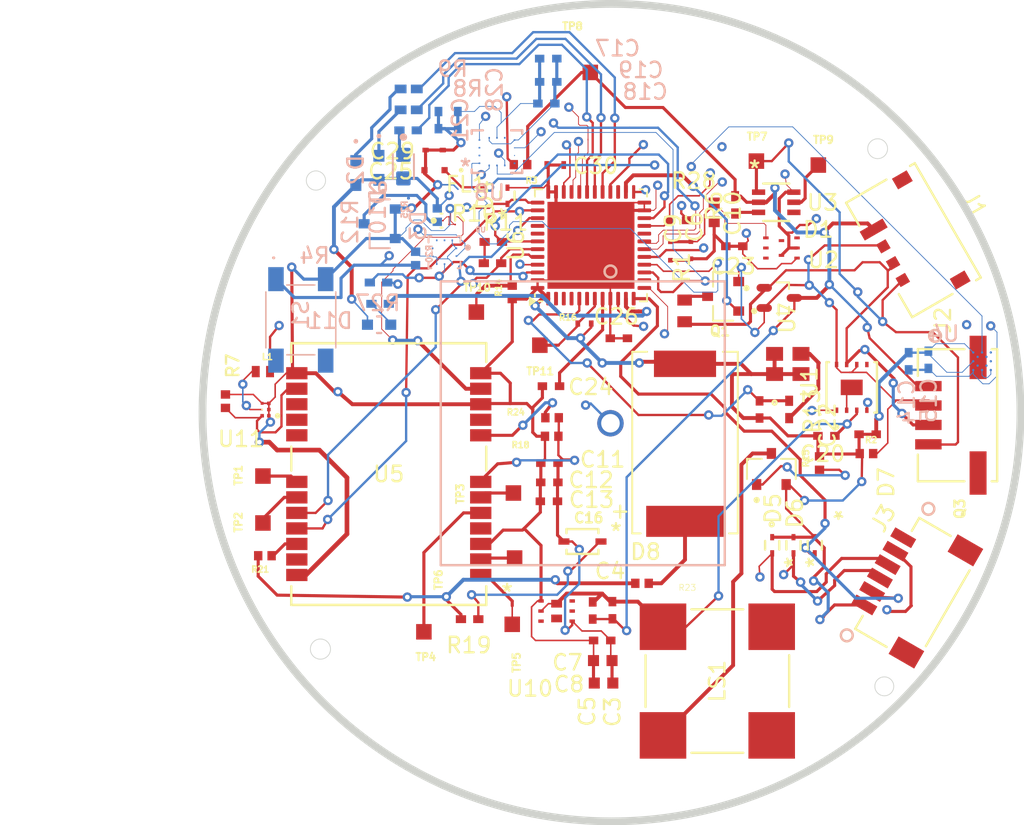
<source format=kicad_pcb>
(kicad_pcb (version 20240108) (generator "pcbnew") (generator_version "8.0")
  (layers (0 "F.Cu" jumper) (1 "In1.Cu" signal) (2 "In2.Cu" signal) (31 "B.Cu" signal) (34 "B.Paste" user) (35 "F.Paste" user) (36 "B.SilkS" user "B.Silkscreen") (37 "F.SilkS" user "F.Silkscreen") (38 "B.Mask" user) (39 "F.Mask" user) (44 "Edge.Cuts" user))
  (net 0 "")
  (net 1 "GND")
  (net 2 "/5.0V")
  (net 3 "/3.3V_GPS")
  (net 4 "+5V")
  (net 5 "Net-(U2-OUT)")
  (net 6 "Net-(U4-VDD)")
  (net 7 "Net-(C16-Pad1)")
  (net 8 "Net-(U8-VDD)")
  (net 9 "Net-(U6-VSSA)")
  (net 10 "/VCAP")
  (net 11 "/OSC_IN")
  (net 12 "/SYS_SWCLK")
  (net 13 "/PA13")
  (net 14 "/USART2_RX")
  (net 15 "/USART2_TX")
  (net 16 "Net-(D8-K)")
  (net 17 "Net-(D10-K2)")
  (net 18 "Net-(D11-K2)")
  (net 19 "/CAN_P")
  (net 20 "Net-(Q1-Pad3)")
  (net 21 "PB12")
  (net 22 "PB13")
  (net 23 "/LED_SAFETY")
  (net 24 "Net-(U3-*CE)")
  (net 25 "/LNA_EN")
  (net 26 "Net-(U6-PA9)")
  (net 27 "Net-(U6-PA8)")
  (net 28 "Net-(R10-Pad1)")
  (net 29 "/ I2C1_SCL_MAG")
  (net 30 "/PB7")
  (net 31 "Net-(D3-PadC)")
  (net 32 "Net-(U6-PA10)")
  (net 33 "Net-(U7-OUTPUT)")
  (net 34 "/BOOT0")
  (net 35 "/BUZZER_TIM2_CH1")
  (net 36 "/NRST")
  (net 37 "Net-(R19-Pad2)")
  (net 38 "/ BTN_SAFETY")
  (net 39 "Net-(U5-V_BCKP)")
  (net 40 "Net-(U5-RESET_N)")
  (net 41 "Net-(Q2-Pad3)")
  (net 42 "Net-(R27-Pad1)")
  (net 43 "/I2C2_SDA_BARO")
  (net 44 "/I2C2_SCL_BARO")
  (net 45 "Net-(U5-SDA_{slash}_SPI_CS_N)")
  (net 46 "Net-(U5-SCL_{slash}_SPI_SLK)")
  (net 47 "Net-(U5-USB_DP)")
  (net 48 "Net-(U5-USB_DM)")
  (net 49 "Net-(U5-SAFEBOOT_N)")
  (net 50 "Net-(U5-D_SEL)")
  (net 51 "/5V_CAN")
  (net 52 "Net-(U3-ST)")
  (net 56 "Net-(U6-PC15)")
  (net 57 "/PB0")
  (net 58 "Net-(U6-PH1)")
  (net 59 "PA11")
  (net 61 "/PB8")
  (net 62 "CAN1_TX")
  (net 63 "/PA5")
  (net 66 "/PA15")
  (net 68 "/PB1")
  (net 69 "/PB3")
  (net 70 "/PA6")
  (net 73 "/PA7")
  (net 74 "/ANT")
  (net 75 "Net-(FL1-OUT)")
  (net 76 "Net-(J3-Pad6)")
  (net 77 "Net-(L1-Pad1)")
  (net 80 "Net-(LS1--)")
  (net 82 "unconnected-(S1-NO_2-Pad2)")
  (net 83 "Net-(U1-EP)")
  (net 108 "Net-(D2-K2)")
  (footprint "ARK:CL05A104KP5NNNC-C1" (layer "F.Cu") (at 182.0366 100.4403 180)
    (property "Reference" "C22")
    (property "Value" "0.1uF" (hide yes))
  )
  (footprint "ARK:CL05A104KP5NNNC-C1" (layer "F.Cu") (at 161.5388 103.5391 180)
    (property "Reference" "C12")
    (property "Value" "0.1uF" (hide yes))
  )
  (footprint "ARK:FIL_F6QA1G582H2JM-J-FL1" (layer "F.Cu") (at 155.0822 86.6745)
    (property "Reference" "FL1")
    (property "Value" "F6QA1G582H2JM-J")
  )
  (footprint "ARK:RC0402FR-075K1L-R6" (layer "F.Cu") (at 157.932 88.0451)
    (property "Reference" "R10")
    (property "Value" "5.1K" (hide yes))
  )
  (footprint "ARK:INDC1006X60N-L1" (layer "F.Cu") (at 143.0956 96.4017)
    (property "Reference" "L1")
    (property "Value" "LQW15AN6N8G80D")
  )
  (footprint "ARK:TP_245X165" (layer "F.Cu") (at 159.3036 108.4159 90)
    (property "Reference" "TP6")
    (property "Value" "TestPoint")
  )
  (footprint "ARK:ST-03CH-SP1" (layer "F.Cu") (at 172.3592 116.3407 -90)
    (property "Reference" "LS1")
    (property "Value" "ST-03CH" (hide yes))
  )
  (footprint "ARK:BAT54J_115-D8" (layer "F.Cu") (at 163.6724 107.3491 180)
    (property "Reference" "D8")
    (property "Value" "BAT54J" (hide yes))
  )
  (footprint "ARK:CL05A104KP5NNNC-C1" (layer "F.Cu") (at 166.0172 94.2545)
    (property "Reference" "C26")
    (property "Value" "0.1uF" (hide yes))
  )
  (footprint "ARK:CL05B103KA5NNNC-C11" (layer "F.Cu") (at 161.5448 102.2945 180)
    (property "Reference" "C11")
    (property "Value" "10nF" (hide yes))
  )
  (footprint "ARK:C1005X5R0J475K050BC-C25" (layer "F.Cu") (at 154.1474 83.4223 180)
    (property "Reference" "C25")
    (property "Value" "4.7uF" (hide yes))
  )
  (footprint "ARK:GRM155R71H102JA01J-C30" (layer "F.Cu") (at 179.3823 100.5419 180)
    (property "Reference" "C20")
    (property "Value" "2.2uF" (hide yes))
  )
  (footprint "ARK:TP_245X165" (layer "F.Cu") (at 143.0984 106.1553 90)
    (property "Reference" "TP2")
    (property "Value" "TestPoint")
  )
  (footprint "ARK:RESC1005X37N-R2" (layer "F.Cu") (at 159.1512 91.2961 90)
    (property "Reference" "R14")
    (property "Value" "100K")
  )
  (footprint "ARK:RESC1005X37N-R2" (layer "F.Cu") (at 161.7164 99.3735 180)
    (property "Reference" "R24")
    (property "Value" "100K")
  )
  (footprint "ARK:NCV8705MT33TCG-U10" (layer "F.Cu") (at 162.0087 111.829901 180)
    (property "Reference" "U10")
    (property "Value" "NCV8705MT33TCG" (hide yes))
  )
  (footprint "ARK:CL05A106MP8NUB8-C7" (layer "F.Cu") (at 164.9805 115.0199 180)
    (property "Reference" "C7")
    (property "Value" "10uF" (hide yes))
  )
  (footprint "ARK:ESD9C3.3ST5G-D4" (layer "F.Cu") (at 178.633 107.5904 90)
    (property "Reference" "D7")
    (property "Value" "ESD9C3.3ST5G" (hide yes))
  )
  (footprint "ARK:SOT65P210X110-3N-D1" (layer "F.Cu") (at 176.347 91.6519)
    (property "Reference" "D1")
    (property "Value" "PESD1CAN-UX")
  )
  (footprint "ARK:CL05A106MP8NUB8-C7" (layer "F.Cu") (at 165.0313 116.4677 180)
    (property "Reference" "C8")
    (property "Value" "10uF" (hide yes))
  )
  (footprint "ARK:RESC1005X37N-R2" (layer "F.Cu") (at 140.6854 98.3067 -90)
    (property "Reference" "R7")
    (property "Value" "100K")
  )
  (footprint "ARK:TP_245X165" (layer "F.Cu") (at 156.8398 92.5663)
    (property "Reference" "TP10")
    (property "Value" "TestPoint")
  )
  (footprint "ARK:NEO-M9N-00B-U5" (layer "F.Cu") (at 151.201 103.0057)
    (property "Reference" "U5")
    (property "Value" "NEO-M9N-00B" (hide yes))
  )
  (footprint "ARK:RC0402FR-075K1L-R6" (layer "F.Cu") (at 173.5022 85.6575 90)
    (property "Reference" "R6")
    (property "Value" "5.1K" (hide yes))
  )
  (footprint "ARK:TP_245X165" (layer "F.Cu") (at 143.0984 103.1327 90)
    (property "Reference" "TP1")
    (property "Value" "TestPoint")
  )
  (footprint "ARK:CL05A105KO5NNNC-C3" (layer "F.Cu") (at 164.9424 113.7245 180)
    (property "Reference" "C4")
    (property "Value" "1uF" (hide yes))
  )
  (footprint "ARK:LFSPXO072801REEL-U7" (layer "F.Cu") (at 176.893999 95.908699 90)
    (property "Reference" "U7")
    (property "Value" "LFSPXO072801REEL" (hide yes))
  )
  (footprint "ARK:CL05A104KP5NNNC-C1" (layer "F.Cu") (at 161.6464 97.3415)
    (property "Reference" "C24")
    (property "Value" "0.1uF" (hide yes))
  )
  (footprint "ARK:RC0402FR-075K1L-R6" (layer "F.Cu") (at 169.8446 86.6481 180)
    (property "Reference" "R28")
    (property "Value" "5.1K" (hide yes))
  )
  (footprint "ARK:CL05A105KO5NNNC-C3" (layer "F.Cu") (at 161.5134 104.7583 180)
    (property "Reference" "C13")
    (property "Value" "1uF" (hide yes))
  )
  (footprint "ARK:SM04B-GHS-TB-J1" (layer "F.Cu") (at 187.8239 99.2111 90)
    (property "Reference" "J2")
    (property "Value" "SM04B-GHS-TB_LF__SN_-" (hide yes))
  )
  (footprint "ARK:TRANS_PMV130ENEAR-Q1" (layer "F.Cu") (at 175.839 102.6755 90)
    (property "Reference" "Q3")
    (property "Value" "PMV130ENEAR" (hide yes))
  )
  (footprint "ARK:TP_245X165" (layer "F.Cu") (at 174.8738 82.8381)
    (property "Reference" "TP7")
    (property "Value" "TestPoint")
  )
  (footprint "ARK:CL05A104KP5NNNC-C1" (layer "F.Cu") (at 154.122 82.1269)
    (property "Reference" "C29")
    (property "Value" "0.1uF" (hide yes))
  )
  (footprint "ARK:BGA725L6E6327FTSA1-U11" (layer "F.Cu") (at 143.2635 98.846501 180)
    (property "Reference" "U11")
    (property "Value" "BGU8019" (hide yes))
  )
  (footprint "ARK:TP_245X165" (layer "F.Cu") (at 159.2274 104.2249 90)
    (property "Reference" "TP3")
    (property "Value" "TestPoint")
  )
  (footprint "ARK:RESC1005X37N-R2" (layer "F.Cu") (at 163.8052 93.3045)
    (property "Reference" "R16")
    (property "Value" "100K")
  )
  (footprint "ARK:GRM155R71H102JA01J-C30" (layer "F.Cu") (at 161.9198 83.0921)
    (property "Reference" "C30")
    (property "Value" "1000mF" (hide yes))
  )
  (footprint "ARK:LM66100DCKR-U3" (layer "F.Cu") (at 176.15015 85.490101)
    (property "Reference" "U3")
    (property "Value" "LM66100DCKR" (hide yes))
  )
  (footprint "ARK:ESD9C3.3ST5G-D4" (layer "F.Cu") (at 175.8898 107.5904 90)
    (property "Reference" "D5")
    (property "Value" "ESD9C3.3ST5G" (hide yes))
  )
  (footprint "ARK:RESC1005X37N-R2" (layer "F.Cu") (at 178.9378 102.2945 90)
    (property "Reference" "R15")
    (property "Value" "100K")
  )
  (footprint "ARK:TP_245X165" (layer "F.Cu") (at 159.1512 112.6831 90)
    (property "Reference" "TP5")
    (property "Value" "TestPoint")
  )
  (footprint "ARK:CAP_DSK-3R3H224U-HL-C16" (layer "F.Cu") (at 170.2764 100.9749 180)
    (property "Reference" "C16")
    (property "Value" "220mF")
  )
  (footprint "ARK:RESC1005X37N-R18" (layer "F.Cu") (at 161.6912 100.5673 180)
    (property "Reference" "R18")
    (property "Value" "0")
  )
  (footprint "ARK:CL05A106MP8NUB8-C7" (layer "F.Cu") (at 169.3366 88.6293 -90)
    (property "Reference" "C9")
    (property "Value" "10uF" (hide yes))
  )
  (footprint "ARK:TRANS_PMV130ENEAR-Q1" (layer "F.Cu") (at 172.7321 91.5503 180)
    (property "Reference" "Q1")
    (property "Value" "PMV130ENEAR")
  )
  (footprint "ARK:CL05A105KO5NNNC-C3" (layer "F.Cu") (at 164.3328 111.7941 -90)
    (property "Reference" "C5")
    (property "Value" "1uF" (hide yes))
  )
  (footprint "ARK:RESC1005X37N-R2" (layer "F.Cu") (at 159.6846 83.0667)
    (property "Reference" "R3")
    (property "Value" "100K")
  )
  (footprint "ARK:GRM155R71H102JA01J-C30" (layer "F.Cu") (at 173.4514 88.3245)
    (property "Reference" "C23")
    (property "Value" "2.2uF" (hide yes))
  )
  (footprint "ARK:RC0402FR-075K1L-R6" (layer "F.Cu") (at 157.8812 89.4167)
    (property "Reference" "R11")
    (property "Value" "5.1K" (hide yes))
  )
  (footprint "ARK:TJA1051TK&slash_3_118-U1" (layer "F.Cu") (at 181.010821 97.4177 90)
    (property "Reference" "U1")
    (property "Value" "TJA1051TK_3,118" (hide yes))
  )
  (footprint "ARK:RESC1005X37N-R2" (layer "F.Cu") (at 181.9602 101.6849)
    (property "Reference" "R2")
    (property "Value" "100K")
  )
  (footprint "ARK:TP_245X165" (layer "F.Cu") (at 160.9292 94.6999)
    (property "Reference" "TP11")
    (property "Value" "TestPoint")
  )
  (footprint "ARK:NCV8705MT33TCG-U2" (layer "F.Cu") (at 176.4867 88.436501)
    (property "Reference" "U2")
    (property "Value" "NCV8705MT33TCG" (hide yes))
  )
  (footprint "ARK:CL05A105KO5NNNC-C3" (layer "F.Cu") (at 170.6574 88.5785 -90)
    (property "Reference" "C6")
    (property "Value" "10uF" (hide yes))
  )
  (footprint "ARK:CL05C101JB5NNNC-C27" (layer "F.Cu") (at 175.077 98.8401 -90)
    (property "Reference" "C27" (hide yes))
    (property "Value" "100pF" (hide yes))
  )
  (footprint "ARK:ESD9C3.3ST5G-D4" (layer "F.Cu") (at 177.2614 107.5904 90)
    (property "Reference" "D6")
    (property "Value" "ESD9C3.3ST5G" (hide yes))
  )
  (footprint "ARK:ESD9C3.3ST5G-D4" (layer "F.Cu") (at 158.8464 85.0733 90)
    (property "Reference" "D4")
    (property "Value" "ESD9C3.3ST5G" (hide yes))
  )
  (footprint "Package_DFN_QFN:QFN-48-1EP_7x7mm_P0.5mm_EP5.6x5.6mm" (layer "F.Cu") (at 164.22 88.2625 90)
    (property "Reference" "U6")
    (property "Value" "STM32F412C_E-G_Ux" (hide yes))
  )
  (footprint "ARK:SM04B-GHS-TB-J1" (layer "F.Cu") (at 184.9872 87.9345 120)
    (property "Reference" "J1")
    (property "Value" "SM04B-GHS-TB_LF__SN_-" (hide yes))
  )
  (footprint "ARK:RC0402FR-07330RL-R12" (layer "F.Cu") (at 156.408 112.3529 180)
    (property "Reference" "R19")
    (property "Value" "330" (hide yes))
  )
  (footprint "ARK:CL05A105KO5NNNC-C3" (layer "F.Cu") (at 165.6028 111.7747 -90)
    (property "Reference" "C3")
    (property "Value" "1uF" (hide yes))
  )
  (footprint "ARK:RMCF0603FT120R-R1" (layer "F.Cu") (at 170.251 92.4901 90)
    (property "Reference" "R1")
    (property "Value" "120" (hide yes))
  )
  (footprint "ARK:RESC1005X37N-R18" (layer "F.Cu") (at 167.5078 110.0415 180)
    (property "Reference" "R23")
    (property "Value" "0")
  )
  (footprint "ARK:TP_245X165" (layer "F.Cu") (at 178.8616 83.0921)
    (property "Reference" "TP9")
    (property "Value" "TestPoint")
  )
  (footprint "ARK:SM06B-SRSS-TBLFSN-J3" (layer "F.Cu") (at 185.2472 110.5245 60)
    (property "Reference" "J3")
    (property "Value" "SM06B-SRSS-TB_LF__SN_" (hide yes))
  )
  (footprint "ARK:TP_245X165" (layer "F.Cu") (at 164.1772 77.1245)
    (property "Reference" "TP8")
    (property "Value" "TestPoint")
  )
  (footprint "ARK:CL05A106MP8NUB8-C7" (layer "F.Cu") (at 172.156 86.1401 -90)
    (property "Reference" "C10")
    (property "Value" "1uF'" (hide yes))
  )
  (footprint "ARK:RC0402FR-07150RL-R4" (layer "F.Cu") (at 176.982 98.8401 -90)
    (property "Reference" "R13")
    (property "Value" "150" (hide yes))
  )
  (footprint "ARK:TP_245X165" (layer "F.Cu") (at 153.4616 113.1657)
    (property "Reference" "TP4")
    (property "Value" "TestPoint")
  )
  (footprint "ARK:RESC1005X37N-R18" (layer "F.Cu") (at 143.2254 108.2635 180)
    (property "Reference" "R21")
    (property "Value" "0")
  )
  (footprint "ARK:RESC1005X37N-R2" (layer "B.Cu") (at 152.9282 89.1117 90)
    (property "Reference" "R20")
    (property "Value" "100K" (hide yes))
  )
  (footprint "ARK:LEDC1608X65N-D3" (layer "B.Cu") (at 152.1408 83.1937 -90)
    (property "Reference" "D3")
    (property "Value" "LTST-C191TBKT" (hide yes))
  )
  (footprint "ARK:RC0402FR-07330RL-R12" (layer "B.Cu") (at 152.4456 80.8569)
    (property "Reference" "R12")
    (property "Value" "330" (hide yes))
  )
  (footprint "ARK:RMCF0402FT604R-R8" (layer "B.Cu") (at 152.4837 79.5361)
    (property "Reference" "R8")
    (property "Value" "604" (hide yes))
  )
  (footprint "ARK:RESC1005X37N-R2" (layer "B.Cu") (at 154.3252 86.3181 -90)
    (property "Reference" "R25")
    (property "Value" "100K" (hide yes))
  )
  (footprint "ARK:CL05B103KA5NNNC-C11" (layer "B.Cu") (at 161.4686 77.7327 180)
    (property "Reference" "C19")
    (property "Value" "10nF" (hide yes))
  )
  (footprint "ARK:CL05A104KP5NNNC-C1" (layer "B.Cu") (at 154.4014 80.1965 -90)
    (property "Reference" "C21")
    (property "Value" "0.1uF" (hide yes))
  )
  (footprint "ARK:TRANS_PMV130ENEAR-Q1" (layer "B.Cu") (at 150.6168 86.8767 180)
    (property "Reference" "Q2")
    (property "Value" "PMV130ENEAR" (hide yes))
  )
  (footprint "ARK:RMCF0402FT604R-R8" (layer "B.Cu") (at 152.4837 78.1899)
    (property "Reference" "R9")
    (property "Value" "604" (hide yes))
  )
  (footprint "ARK:LTST-C191KGKTP-D9" (layer "B.Cu") (at 150.566 83.2699 -90)
    (property "Reference" "D10")
    (property "Value" "LTST-C235KGKRKT" (hide yes))
  )
  (footprint "ARK:PQFN50P200X200X80-10N-U9" (layer "B.Cu") (at 154.7904 88.7085 180)
    (property "Reference" "U9")
    (property "Value" "BMP388" (hide yes))
  )
  (footprint "ARK:PTS647SK38SMTR2LFS-S1" (layer "B.Cu") (at 145.5368 93.0691 -90)
    (property "Reference" "S1")
    (property "Value" "PTS647SK38SMTR2LFS" (hide yes))
  )
  (footprint "ARK:RC0402FR-075K1L-R6" (layer "B.Cu") (at 150.5406 90.6613 180)
    (property "Reference" "R27")
    (property "Value" "5.1K" (hide yes))
  )
  (footprint "ARK:CL05A104KP5NNNC-C1" (layer "B.Cu") (at 185.9482 95.6397 90)
    (property "Reference" "C15")
    (property "Value" "0.1uF" (hide yes))
  )
  (footprint "ARK:CL05A104KP5NNNC-C1" (layer "B.Cu") (at 184.6782 95.7339 90)
    (property "Reference" "C14")
    (property "Value" "0.1uF" (hide yes))
  )
  (footprint "ARK:CL05A104KP5NNNC-C1" (layer "B.Cu") (at 155.646 80.1965 -90)
    (property "Reference" "C28")
    (property "Value" "0.1uF" (hide yes))
  )
  (footprint "ARK:CL05A104KP5NNNC-C1" (layer "B.Cu") (at 161.4686 76.2341 180)
    (property "Reference" "C17")
    (property "Value" "0.1uF" (hide yes))
  )
  (footprint "ARK:LTST-C191KGKTP-D9" (layer "B.Cu") (at 149.08 83.6053 -90)
    (property "Reference" "D2")
    (property "Value" "LTST-C235KGKRKT" (hide yes))
  )
  (footprint "ARK:LTST-C190KRKT-D2" (layer "B.Cu") (at 150.5787 93.3791 180)
    (property "Reference" "D11")
    (property "Value" "LTST-C235KGKRKT" (hide yes))
  )
  (footprint "ARK:RC0402FR-07150RL-R4" (layer "B.Cu") (at 150.6422 92.0329)
    (property "Reference" "R4")
    (property "Value" "150" (hide yes))
  )
  (footprint "ARK:ICM-42688-P-U8" (layer "B.Cu") (at 158.168601 82.2285)
    (property "Reference" "U8")
    (property "Value" "ICM-42688-P" (hide yes))
  )
  (footprint "ARK:BMM150-U4" (layer "B.Cu") (at 189.4026 95.7341 180)
    (property "Reference" "U4")
    (property "Value" "BMM150" (hide yes))
  )
  (footprint "ARK:GRM155R71H102JA01J-C30" (layer "B.Cu") (at 161.3483 79.1297 180)
    (property "Reference" "C18")
    (property "Value" "2.2uF" (hide yes))
  )
  (footprint "ARK:ANT-GNSSCP-TH18L1-ANT1" (layer "B.Cu") (at 165.4758 99.7291 -90)
    (property "Reference" "AE1" (hide yes))
    (property "Value" "ANTENNA1" (hide yes))
  )
  (gr_circle (center 183.11 116.68) (end 183.72 116.68) (stroke (width 0.05)) (fill none) (layer "Edge.Cuts"))
  (gr_circle (center 146.51 84.09) (end 147.13 84.09) (stroke (width 0.05)) (fill none) (layer "Edge.Cuts"))
  (gr_circle (center 165.541924 99.0433) (end 191.8772 99.0433) (stroke (width 0.5)) (fill none) (layer "Edge.Cuts"))
  (gr_circle (center 146.8 114.28) (end 147.45 114.28) (stroke (width 0.05)) (fill none) (layer "Edge.Cuts"))
  (gr_circle (center 182.68 82.04) (end 183.32 82.04) (stroke (width 0.05)) (fill none) (layer "Edge.Cuts"))
  (gr_text "*" (at 180.157 105.3425 180) (layer "F.SilkS") (effects (font (size 1 1))))
  (segment (start 165.5834 112.3469) (end 164.3328 112.3469) (width 0.15) (layer "F.Cu") (net 1))
  (segment (start 173.5022 84.0295) (end 173.5022 85.0987) (width 0.2) (layer "F.Cu") (net 1))
  (segment (start 160.1166 83.0667) (end 160.1472 83.0361) (width 0.2) (layer "F.Cu") (net 1))
  (segment (start 176.0676 84.929459) (end 176.0676 84.5653) (width 0.25) (layer "F.Cu") (net 1))
  (segment (start 160.1472 80.5945) (end 163.6172 77.1245) (width 0.2) (layer "F.Cu") (net 1))
  (segment (start 175.506958 85.490101) (end 176.0676 84.929459) (width 0.25) (layer "F.Cu") (net 1))
  (segment (start 179.7968 86.8559) (end 182.032644 86.8559) (width 0.25) (layer "F.Cu") (net 1))
  (segment (start 160.1472 83.0361) (end 160.1472 80.5945) (width 0.2) (layer "F.Cu") (net 1))
  (segment (start 175.9406 93.7601) (end 175.8644 93.8363) (width 0.15) (layer "F.Cu") (net 1))
  (segment (start 179.5728 90.7883) (end 179.6236 90.7883) (width 0.25) (layer "F.Cu") (net 1))
  (segment (start 179.6236 90.7883) (end 179.5474 90.8645) (width 0.25) (layer "F.Cu") (net 1))
  (segment (start 165.6028 112.3275) (end 165.5834 112.3469) (width 0.15) (layer "F.Cu") (net 1))
  (segment (start 178.76 91.6519) (end 179.5728 90.8391) (width 0.25) (layer "F.Cu") (net 1))
  (segment (start 179.5728 90.8391) (end 179.5728 90.7883) (width 0.25) (layer "F.Cu") (net 1))
  (segment (start 168.8564 79.3837) (end 173.5022 84.0295) (width 0.2) (layer "F.Cu") (net 1))
  (segment (start 179.2426 87.4355) (end 179.2426 87.4101) (width 0.25) (layer "F.Cu") (net 1))
  (segment (start 174.249201 85.490101) (end 175.0135 85.490101) (width 0.2) (layer "F.Cu") (net 1))
  (segment (start 164.1772 77.1245) (end 166.4364 79.3837) (width 0.2) (layer "F.Cu") (net 1))
  (segment (start 179.2172 87.4355) (end 179.2934 87.3593) (width 0.25) (layer "F.Cu") (net 1))
  (segment (start 177.317 91.6519) (end 178.76 91.6519) (width 0.25) (layer "F.Cu") (net 1))
  (segment (start 165.6028 112.3275) (end 165.679 112.3275) (width 0.15) (layer "F.Cu") (net 1))
  (segment (start 166.5172 113.0895) (end 166.5172 113.1657) (width 0.15) (layer "F.Cu") (net 1))
  (segment (start 175.966 93.7601) (end 175.9406 93.7601) (width 0.15) (layer "F.Cu") (net 1))
  (segment (start 179.2426 87.4355) (end 179.2172 87.4355) (width 0.25) (layer "F.Cu") (net 1))
  (segment (start 163.6172 77.1245) (end 164.1772 77.1245) (width 0.2) (layer "F.Cu") (net 1))
  (segment (start 165.679 112.3275) (end 166.441 113.0895) (width 0.15) (layer "F.Cu") (net 1))
  (segment (start 182.1636 94.2427) (end 182.0112 93.5569) (width 0.15) (layer "F.Cu") (net 1))
  (segment (start 177.317 92.3837) (end 175.966 93.7347) (width 0.15) (layer "F.Cu") (net 1))
  (segment (start 175.0135 85.490101) (end 175.506958 85.490101) (width 0.25) (layer "F.Cu") (net 1))
  (segment (start 179.2426 87.4101) (end 179.7968 86.8559) (width 0.25) (layer "F.Cu") (net 1))
  (segment (start 166.5172 113.1657) (end 166.4664 113.1149) (width 0.15) (layer "F.Cu") (net 1))
  (segment (start 173.5022 85.0987) (end 173.8578 85.0987) (width 0.2) (layer "F.Cu") (net 1))
  (segment (start 177.317 91.6519) (end 177.317 92.3837) (width 0.15) (layer "F.Cu") (net 1))
  (segment (start 173.8578 85.0987) (end 174.249201 85.490101) (width 0.2) (layer "F.Cu") (net 1))
  (segment (start 175.966 93.7347) (end 175.966 93.7601) (width 0.15) (layer "F.Cu") (net 1))
  (segment (start 182.032644 86.8559) (end 182.425296 87.248552) (width 0.25) (layer "F.Cu") (net 1))
  (segment (start 166.4364 79.3837) (end 168.8564 79.3837) (width 0.2) (layer "F.Cu") (net 1))
  (segment (start 185.257 97.3361) (end 182.1636 94.2427) (width 0.15) (layer "F.Cu") (net 1))
  (segment (start 185.9482 97.3361) (end 185.257 97.3361) (width 0.15) (layer "F.Cu") (net 1))
  (segment (start 166.441 113.0895) (end 166.5172 113.0895) (width 0.15) (layer "F.Cu") (net 1))
  (segment (start 182.0112 93.5569) (end 182.1636 93.5061) (width 0.15) (layer "F.Cu") (net 1))
  (via (at 176.0676 84.5653) (size 0.6) (drill 0.3) (layers "F.Cu" "B.Cu") (net 1))
  (via (at 166.5172 113.0895) (size 0.6) (drill 0.3) (layers "F.Cu" "B.Cu") (net 1))
  (via (at 182.0112 93.5569) (size 0.6) (drill 0.3) (layers "F.Cu" "B.Cu") (net 1))
  (via (at 179.5728 90.7883) (size 0.6) (drill 0.3) (layers "F.Cu" "B.Cu") (net 1))
  (via (at 175.966 93.7601) (size 0.6) (drill 0.3) (layers "F.Cu" "B.Cu") (net 1))
  (via (at 179.2426 87.4355) (size 0.6) (drill 0.3) (layers "F.Cu" "B.Cu") (net 1))
  (segment (start 176.0676 86.0131) (end 176.0676 84.8193) (width 0.25) (layer "B.Cu") (net 1))
  (segment (start 176.0676 84.5653) (end 175.9914 84.7431) (width 0.25) (layer "B.Cu") (net 1))
  (segment (start 179.5728 90.7883) (end 182.0112 93.2267) (width 0.15) (layer "B.Cu") (net 1))
  (segment (start 179.2426 87.4355) (end 177.49 87.4355) (width 0.25) (layer "B.Cu") (net 1))
  (segment (start 176.0676 84.8193) (end 176.0676 84.5653) (width 0.25) (layer "B.Cu") (net 1))
  (segment (start 182.0112 93.2267) (end 182.0112 93.5569) (width 0.15) (layer "B.Cu") (net 1))
  (segment (start 179.5728 87.7657) (end 179.2426 87.4355) (width 0.25) (layer "B.Cu") (net 1))
  (segment (start 175.966 93.7601) (end 166.5172 103.2089) (width 0.15) (layer "B.Cu") (net 1))
  (segment (start 166.5172 103.2089) (end 166.5172 113.0895) (width 0.15) (layer "B.Cu") (net 1))
  (segment (start 179.5728 90.7883) (end 179.5728 87.7657) (width 0.25) (layer "B.Cu") (net 1))
  (segment (start 177.49 87.4355) (end 176.0676 86.0131) (width 0.25) (layer "B.Cu") (net 1))
  (segment (start 164.9424 110.7019) (end 162.661701 110.7019) (width 0.25) (layer "F.Cu") (net 2))
  (segment (start 165.4624 111.2219) (end 164.9424 110.7019) (width 0.25) (layer "F.Cu") (net 2))
  (segment (start 177.6678 86.9529) (end 178.2012 86.9529) (width 0.15) (layer "F.Cu") (net 2))
  (segment (start 164.403 111.2413) (end 164.3328 111.2413) (width 0.25) (layer "F.Cu") (net 2))
  (segment (start 180.7158 99.7799) (end 180.6904 99.7799) (width 0.15) (layer "F.Cu") (net 2))
  (segment (start 179.9538 100.5419) (end 180.7158 99.7799) (width 0.2) (layer "F.Cu") (net 2))
  (segment (start 161.4804 111.354901) (end 161.0054 111.829901) (width 0.1) (layer "F.Cu") (net 2))
  (segment (start 178.2012 86.9529) (end 178.7346 86.5465) (width 0.15) (layer "F.Cu") (net 2))
  (segment (start 162.661701 110.7019) (end 162.0087 111.354901) (width 0.25) (layer "F.Cu") (net 2))
  (segment (start 176.757998 84.840102) (end 176.347 85.2511) (width 0.2) (layer "F.Cu") (net 2))
  (segment (start 177.2868 84.840102) (end 176.7972 84.350502) (width 0.05) (layer "F.Cu") (net 2))
  (segment (start 164.9424 110.7019) (end 164.403 111.2413) (width 0.25) (layer "F.Cu") (net 2))
  (segment (start 172.4354 110.8543) (end 172.283 110.9051) (width 0.15) (layer "F.Cu") (net 2))
  (segment (start 178.7346 86.5465) (end 178.633 86.5211) (width 0.15) (layer "F.Cu") (net 2))
  (segment (start 148.8134 89.6707) (end 147.6704 88.5277) (width 0.25) (layer "F.Cu") (net 2))
  (segment (start 148.8134 91.7281) (end 148.8134 89.6707) (width 0.25) (layer "F.Cu") (net 2))
  (segment (start 176.7972 84.350502) (end 176.7172 83.6745) (width 0.05) (layer "F.Cu") (net 2))
  (segment (start 180.7158 99.7545) (end 180.7158 99.7799) (width 0.15) (layer "F.Cu") (net 2))
  (segment (start 176.9617 88.436501) (end 176.4867 88.911501) (width 0.2) (layer "F.Cu") (net 2))
  (segment (start 180.6904 99.7799) (end 180.7158 99.7545) (width 0.15) (layer "F.Cu") (net 2))
  (segment (start 176.7661 87.4482) (end 177.1725 87.4482) (width 0.15) (layer "F.Cu") (net 2))
  (segment (start 176.347 85.2511) (end 176.347 87.0291) (width 0.2) (layer "F.Cu") (net 2))
  (segment (start 162.0087 111.354901) (end 161.4804 111.354901) (width 0.1) (layer "F.Cu") (net 2))
  (segment (start 176.7661 87.4482) (end 176.9617 87.6438) (width 0.2) (layer "F.Cu") (net 2))
  (segment (start 170.347401 112.840699) (end 172.4354 110.8543) (width 0.15) (layer "F.Cu") (net 2))
  (segment (start 179.9284 100.5419) (end 179.9538 100.5419) (width 0.2) (layer "F.Cu") (net 2))
  (segment (start 181.335814 99.134486) (end 180.7158 99.7545) (width 0.15) (layer "F.Cu") (net 2))
  (segment (start 168.859199 112.840699) (end 170.347401 112.840699) (width 0.15) (layer "F.Cu") (net 2))
  (segment (start 176.347 87.0291) (end 176.7661 87.4482) (width 0.2) (layer "F.Cu") (net 2))
  (segment (start 165.6028 111.2219) (end 165.4624 111.2219) (width 0.25) (layer "F.Cu") (net 2))
  (segment (start 181.335814 98.8909) (end 181.335814 99.134486) (width 0.15) (layer "F.Cu") (net 2))
  (segment (start 176.7172 83.6745) (end 176.7972 83.7245) (width 0.05) (layer "F.Cu") (net 2))
  (segment (start 177.2868 84.840102) (end 176.757998 84.840102) (width 0.2) (layer "F.Cu") (net 2))
  (segment (start 177.1725 87.4482) (end 177.6678 86.9529) (width 0.15) (layer "F.Cu") (net 2))
  (segment (start 176.9617 87.6438) (end 176.9617 88.436501) (width 0.2) (layer "F.Cu") (net 2))
  (segment (start 167.2404 111.2219) (end 165.6028 111.2219) (width 0.25) (layer "F.Cu") (net 2))
  (segment (start 177.49 88.436501) (end 176.9617 88.436501) (width 0.2) (layer "F.Cu") (net 2))
  (segment (start 168.859199 112.840699) (end 167.2404 111.2219) (width 0.25) (layer "F.Cu") (net 2))
  (via (at 172.4354 110.8543) (size 0.6) (drill 0.3) (layers "F.Cu" "B.Cu") (net 2))
  (via (at 148.8134 91.7281) (size 0.6) (drill 0.3) (layers "F.Cu" "B.Cu") (net 2))
  (via (at 180.7158 99.7799) (size 0.6) (drill 0.3) (layers "F.Cu" "B.Cu") (net 2))
  (via (at 176.7172 83.6745) (size 0.6) (drill 0.3) (layers "F.Cu" "B.Cu") (net 2))
  (via (at 178.7346 86.5465) (size 0.6) (drill 0.3) (layers "F.Cu" "B.Cu") (net 2))
  (via (at 147.6704 88.5277) (size 0.6) (drill 0.3) (layers "F.Cu" "B.Cu") (net 2))
  (via (at 155.0872 85.0479) (size 0.6) (drill 0.3) (layers "F.Cu" "B.Cu") (net 2))
  (segment (start 178.379 99.7799) (end 172.4354 105.7235) (width 0.15) (layer "B.Cu") (net 2))
  (segment (start 149.8294 93.3791) (end 149.8294 92.8457) (width 0.1) (layer "B.Cu") (net 2))
  (segment (start 149.08 84.38) (end 147.6704 85.7896) (width 0.25) (layer "B.Cu") (net 2))
  (segment (start 149.4154 84.0446) (end 150.566 84.0446) (width 0.2) (layer "B.Cu") (net 2))
  (segment (start 152.1408 83.9537) (end 153.0278 83.9537) (width 0.2) (layer "B.Cu") (net 2))
  (segment (start 147.6704 88.5277) (end 147.7466 88.5023) (width 0.25) (layer "B.Cu") (net 2))
  (segment (start 180.7158 99.7799) (end 178.379 99.7799) (width 0.15) (layer "B.Cu") (net 2))
  (segment (start 154.3506 85.8861) (end 155.0872 85.1495) (width 0.1) (layer "B.Cu") (net 2))
  (segment (start 155.0872 85.0479) (end 155.1888 85.0479) (width 0.1) (layer "B.Cu") (net 2))
  (segment (start 155.1888 85.0479) (end 155.1888 85.0479) (width 0.1) (layer "B.Cu") (net 2))
  (segment (start 152.1408 83.9537) (end 150.6569 83.9537) (width 0.2) (layer "B.Cu") (net 2))
  (segment (start 154.3252 85.8861) (end 154.3506 85.8861) (width 0.1) (layer "B.Cu") (net 2))
  (segment (start 155.0872 85.1495) (end 155.0872 85.0479) (width 0.1) (layer "B.Cu") (net 2))
  (segment (start 154.3252 85.2511) (end 154.3252 85.8861) (width 0.2) (layer "B.Cu") (net 2))
  (segment (start 149.4154 84.0446) (end 149.08 84.38) (width 0.2) (layer "B.Cu") (net 2))
  (segment (start 150.6569 83.9537) (end 150.566 84.0446) (width 0.2) (layer "B.Cu") (net 2))
  (segment (start 147.6704 85.7896) (end 147.6704 88.5277) (width 0.25) (layer "B.Cu") (net 2))
  (segment (start 153.0278 83.9537) (end 154.3252 85.2511) (width 0.2) (layer "B.Cu") (net 2))
  (segment (start 172.4354 105.7235) (end 172.4354 110.8543) (width 0.15) (layer "B.Cu") (net 2))
  (segment (start 149.8294 92.8457) (end 148.8134 91.7281) (width 0.1) (layer "B.Cu") (net 2))
  (segment (start 148.8134 91.7281) (end 148.8134 91.8297) (width 0.1) (layer "B.Cu") (net 2))
  (segment (start 162.3008 102.0913) (end 162.4278 102.0913) (width 0.2) (layer "F.Cu") (net 3))
  (segment (start 162.4786 107.3491) (end 163.012 107.3491) (width 0.15) (layer "F.Cu") (net 3))
  (segment (start 163.012 112.4799) (end 163.647 113.1149) (width 0.1) (layer "F.Cu") (net 3))
  (segment (start 163.52 107.8571) (end 163.4692 107.8063) (width 0.15) (layer "F.Cu") (net 3))
  (segment (start 163.1644 102.1167) (end 163.1136 102.0913) (width 0.2) (layer "F.Cu") (net 3))
  (segment (start 163.012 112.4799) (end 163.012 112.7339) (width 0.15) (layer "F.Cu") (net 3))
  (segment (start 157.1224 103.4343) (end 158.2114 102.3453) (width 0.2) (layer "F.Cu") (net 3))
  (segment (start 163.647 113.1149) (end 164.8856 113.1149) (width 0.1) (layer "F.Cu") (net 3))
  (segment (start 165.5774 115.0199) (end 165.5774 116.4169) (width 0.2) (layer "F.Cu") (net 3))
  (segment (start 162.0662 104.7583) (end 162.0662 103.5645) (width 0.2) (layer "F.Cu") (net 3))
  (segment (start 163.012 107.3491) (end 163.4692 107.8063) (width 0.15) (layer "F.Cu") (net 3))
  (segment (start 157.1224 103.505699) (end 157.1224 103.4343) (width 0.2) (layer "F.Cu") (net 3))
  (segment (start 163.4692 107.8571) (end 163.52 107.8571) (width 0.15) (layer "F.Cu") (net 3))
  (segment (start 165.4952 114.9377) (end 165.5774 115.0199) (width 0.1) (layer "F.Cu") (net 3))
  (segment (start 162.0662 103.5645) (end 162.0916 103.5391) (width 0.2) (layer "F.Cu") (net 3))
  (segment (start 162.6818 113.0641) (end 162.5548 113.0641) (width 0.15) (layer "F.Cu") (net 3))
  (segment (start 162.0976 102.2945) (end 162.3008 102.0913) (width 0.2) (layer "F.Cu") (net 3))
  (segment (start 162.1232 101.7867) (end 162.4278 102.0913) (width 0.15) (layer "F.Cu") (net 3))
  (segment (start 159.4306 102.2437) (end 159.4306 102.3453) (width 0.2) (layer "F.Cu") (net 3))
  (segment (start 163.1136 102.0913) (end 163.0882 102.0913) (width 0.2) (layer "F.Cu") (net 3))
  (segment (start 162.5548 113.0641) (end 162.5548 113.1911) (width 0.15) (layer "F.Cu") (net 3))
  (segment (start 162.1232 100.5673) (end 162.1232 101.7867) (width 0.15) (layer "F.Cu") (net 3))
  (segment (start 162.4278 102.0913) (end 163.0628 102.0913) (width 0.2) (layer "F.Cu") (net 3))
  (segment (start 162.0976 102.2945) (end 162.0976 103.5331) (width 0.2) (layer "F.Cu") (net 3))
  (segment (start 162.1484 100.5421) (end 162.1232 100.5673) (width 0.15) (layer "F.Cu") (net 3))
  (segment (start 165.4952 113.7245) (end 165.5774 113.8067) (width 0.2) (layer "F.Cu") (net 3))
  (segment (start 162.5548 113.1911) (end 162.5802 113.1657) (width 0.15) (layer "F.Cu") (net 3))
  (segment (start 165.4952 113.7245) (end 165.4952 114.9377) (width 0.1) (layer "F.Cu") (net 3))
  (segment (start 162.1484 99.3735) (end 162.1484 100.5421) (width 0.15) (layer "F.Cu") (net 3))
  (segment (start 165.5774 116.4169) (end 165.6282 116.4677) (width 0.2) (layer "F.Cu") (net 3))
  (segment (start 163.0628 102.0913) (end 163.1644 102.1167) (width 0.2) (layer "F.Cu") (net 3))
  (segment (start 164.8856 113.1149) (end 165.4952 113.7245) (width 0.1) (layer "F.Cu") (net 3))
  (segment (start 158.2114 102.3453) (end 159.4306 102.2437) (width 0.2) (layer "F.Cu") (net 3))
  (segment (start 162.0976 103.5331) (end 162.0916 103.5391) (width 0.2) (layer "F.Cu") (net 3))
  (segment (start 165.6282 115.0707) (end 165.5774 115.0199) (width 0.2) (layer "F.Cu") (net 3))
  (segment (start 163.4692 107.8063) (end 163.4692 107.8571) (width 0.15) (layer "F.Cu") (net 3))
  (segment (start 162.0662 104.7583) (end 162.0662 106.9367) (width 0.2) (layer "F.Cu") (net 3))
  (segment (start 162.0662 106.9367) (end 162.4786 107.3491) (width 0.2) (layer "F.Cu") (net 3))
  (segment (start 163.012 112.7339) (end 162.6818 113.0641) (width 0.15) (layer "F.Cu") (net 3))
  (via (at 163.4692 107.8571) (size 0.6) (drill 0.3) (layers "F.Cu" "B.Cu") (net 3))
  (via (at 159.4306 102.2437) (size 0.6) (drill 0.3) (layers "F.Cu" "B.Cu") (net 3))
  (via (at 163.1644 102.1167) (size 0.6) (drill 0.3) (layers "F.Cu" "B.Cu") (net 3))
  (via (at 162.5548 113.0641) (size 0.6) (drill 0.3) (layers "F.Cu" "B.Cu") (net 3))
  (segment (start 162.5548 110.9813) (end 162.5548 113.0641) (width 0.15) (layer "B.Cu") (net 3))
  (segment (start 163.4692 110.0669) (end 162.5548 110.9813) (width 0.15) (layer "B.Cu") (net 3))
  (segment (start 159.5576 102.1167) (end 163.1644 102.1167) (width 0.15) (layer "B.Cu") (net 3))
  (segment (start 159.4306 102.2437) (end 159.5576 102.1167) (width 0.15) (layer "B.Cu") (net 3))
  (segment (start 163.4692 107.8571) (end 163.4692 110.0669) (width 0.15) (layer "B.Cu") (net 3))
  (segment (start 160.992 103.5331) (end 160.986 103.5391) (width 0.2) (layer "F.Cu") (net 4))
  (segment (start 181.4838 100.4403) (end 182.5894 100.4403) (width 0.2) (layer "F.Cu") (net 4))
  (segment (start 176.4994 89.4421) (end 177.1344 89.4421) (width 0.1) (layer "F.Cu") (net 4))
  (segment (start 155.0822 86.9245) (end 155.4772 86.9245) (width 0.05) (layer "F.Cu") (net 4))
  (segment (start 153.4997 83.4223) (end 153.4997 83.6382) (width 0.2) (layer "F.Cu") (net 4))
  (segment (start 154.3506 84.3621) (end 154.249 84.3875) (width 0.2) (layer "F.Cu") (net 4))
  (segment (start 163.5454 94.2427) (end 163.6724 94.1919) (width 0.25) (layer "F.Cu") (net 4))
  (segment (start 161.97 84.825) (end 161.47 84.825) (width 0.2) (layer "F.Cu") (net 4))
  (segment (start 159.9132 106.5109) (end 159.8116 106.6125) (width 0.2) (layer "F.Cu") (net 4))
  (segment (start 143.4794 98.446502) (end 143.8858 98.040102) (width 0.1) (layer "F.Cu") (net 4))
  (segment (start 174.2272 87.4845) (end 174.3472 87.4445) (width 0.1) (layer "F.Cu") (net 4))
  (segment (start 177.998 104.7075) (end 177.998 104.7075) (width 0.15) (layer "F.Cu") (net 4))
  (segment (start 164.261 93.3283) (end 164.2372 93.3045) (width 0.15) (layer "F.Cu") (net 4))
  (segment (start 143.5048 100.9483) (end 142.8698 100.9483) (width 0.3) (layer "F.Cu") (net 4))
  (segment (start 176.1692 89.7723) (end 176.4994 89.4421) (width 0.1) (layer "F.Cu") (net 4))
  (segment (start 158.3916 96.5057) (end 157.1224 96.5057) (width 0.2) (layer "F.Cu") (net 4))
  (segment (start 153.5692 83.3528) (end 153.4997 83.4223) (width 0.2) (layer "F.Cu") (net 4))
  (segment (start 165.4644 94.2545) (end 165.4644 91.7056) (width 0.15) (layer "F.Cu") (net 4))
  (segment (start 181.4838 101.6405) (end 181.5282 101.6849) (width 0.2) (layer "F.Cu") (net 4))
  (segment (start 174.5436 96.558698) (end 173.396002 96.558698) (width 0.25) (layer "F.Cu") (net 4))
  (segment (start 164.2372 93.3045) (end 164.2372 93.5509) (width 0.15) (layer "F.Cu") (net 4))
  (segment (start 160.9606 104.7583) (end 160.9606 103.5645) (width 0.2) (layer "F.Cu") (net 4))
  (segment (start 173.299 96.6557) (end 173.299 98.6623) (width 0.25) (layer "F.Cu") (net 4))
  (segment (start 144.0128 101.4563) (end 143.5048 100.9483) (width 0.3) (layer "F.Cu") (net 4))
  (segment (start 160.781398 111.179902) (end 161.0054 111.179902) (width 0.1) (layer "F.Cu") (net 4))
  (segment (start 178.9632 112.4291) (end 178.9632 112.4291) (width 0.2) (layer "F.Cu") (net 4))
  (segment (start 182.5894 99.4557) (end 182.7732 99.2719) (width 0.25) (layer "F.Cu") (net 4))
  (segment (start 160.3958 113.4705) (end 160.3958 111.5655) (width 0.1) (layer "F.Cu") (net 4))
  (segment (start 176.043998 96.558698) (end 174.5436 96.558698) (width 0.25) (layer "F.Cu") (net 4))
  (segment (start 161.97 86.0125) (end 164.22 88.2625) (width 0.2) (layer "F.Cu") (net 4))
  (segment (start 174.95 89.7723) (end 176.1692 89.7723) (width 0.1) (layer "F.Cu") (net 4))
  (segment (start 164.3836 115.0199) (end 164.3836 116.4169) (width 0.2) (layer "F.Cu") (net 4))
  (segment (start 176.9058 100.5419) (end 178.8362 100.5419) (width 0.2) (layer "F.Cu") (net 4))
  (segment (start 181.6556 103.4883) (end 181.681 103.4629) (width 0.15) (layer "F.Cu") (net 4))
  (segment (start 173.9975 88.3245) (end 173.9975 88.8198) (width 0.1) (layer "F.Cu") (net 4))
  (segment (start 153.4997 83.6382) (end 154.3506 84.3621) (width 0.2) (layer "F.Cu") (net 4))
  (segment (start 155.1872 86.6945) (end 155.4172 86.9245) (width 0.05) (layer "F.Cu") (net 4))
  (segment (start 164.3896 113.7245) (end 160.6498 113.7245) (width 0.1) (layer "F.Cu") (net 4))
  (segment (start 165.4644 91.7056) (end 165.47 91.7) (width 0.15) (layer "F.Cu") (net 4))
  (segment (start 160.9606 105.4635) (end 159.9132 106.5109) (width 0.2) (layer "F.Cu") (net 4))
  (segment (start 159.1512 91.7281) (end 159.1512 94.4769) (width 0.2) (layer "F.Cu") (net 4))
  (segment (start 170.2764 95.8999) (end 173.884802 95.8999) (width 0.25) (layer "F.Cu") (net 4))
  (segment (start 178.8362 101.7609) (end 178.9378 101.8625) (width 0.2) (layer "F.Cu") (net 4))
  (segment (start 166.949 86.0131) (end 167.6569 86.0131) (width 0.2) (layer "F.Cu") (net 4))
  (segment (start 172.156 87.5752) (end 172.9053 88.3245) (width 0.2) (layer "F.Cu") (net 4))
  (segment (start 157.673801 107.505699) (end 157.1224 107.505699) (width 0.2) (layer "F.Cu") (net 4))
  (segment (start 155.4172 86.9245) (end 155.4772 86.9245) (width 0.05) (layer "F.Cu") (net 4))
  (segment (start 161.1779 84.5526) (end 161.47 84.2605) (width 0.1) (layer "F.Cu") (net 4))
  (segment (start 172.156 88.6357) (end 171.6604 89.1313) (width 0.2) (layer "F.Cu") (net 4))
  (segment (start 160.3958 111.5655) (end 160.781398 111.179902) (width 0.1) (layer "F.Cu") (net 4))
  (segment (start 166.97 85.5125) (end 164.22 88.2625) (width 0.1) (layer "F.Cu") (net 4))
  (segment (start 179.014 112.3783) (end 178.9632 112.3783) (width 0.2) (layer "F.Cu") (net 4))
  (segment (start 148.5086 103.2343) (end 146.7306 101.4563) (width 0.3) (layer "F.Cu") (net 4))
  (segment (start 179.2426 108.9747) (end 178.5822 109.6351) (width 0.2) (layer "F.Cu") (net 4))
  (segment (start 169.3366 89.2262) (end 170.5625 89.2262) (width 0.2) (layer "F.Cu") (net 4))
  (segment (start 161.47 83.1884) (end 161.3737 83.0921) (width 0.2) (layer "F.Cu") (net 4))
  (segment (start 176.789 103.6755) (end 176.966 103.6755) (width 0.15) (layer "F.Cu") (net 4))
  (segment (start 178.9632 112.3783) (end 178.9632 112.4291) (width 0.2) (layer "F.Cu") (net 4))
  (segment (start 164.3896 113.7245) (end 164.3896 115.0139) (width 0.1) (layer "F.Cu") (net 4))
  (segment (start 145.8694 109.5057) (end 148.5086 106.8665) (width 0.3) (layer "F.Cu") (net 4))
  (segment (start 157.1224 98.505699) (end 148.859999 98.505699) (width 0.25) (layer "F.Cu") (net 4))
  (segment (start 181.5028 101.7103) (end 179.09 101.7103) (width 0.2) (layer "F.Cu") (net 4))
  (segment (start 160.472 98.8401) (end 160.472 100.3133) (width 0.2) (layer "F.Cu") (net 4))
  (segment (start 161.97 90.5125) (end 160.7825 90.5125) (width 0.1) (layer "F.Cu") (net 4))
  (segment (start 147.9244 97.6971) (end 147.6958 97.6971) (width 0.25) (layer "F.Cu") (net 4))
  (segment (start 168.2692 86.0125) (end 167.6575 86.0125) (width 0.05) (layer "F.Cu") (net 4))
  (segment (start 174.3472 87.9748) (end 174.2272 87.4845) (width 0.1) (layer "F.Cu") (net 4))
  (segment (start 143.4794 98.446502) (end 143.0476 98.446502) (width 0.1) (layer "F.Cu") (net 4))
  (segment (start 167.6575 85.5125) (end 166.97 85.5125) (width 0.1) (layer "F.Cu") (net 4))
  (segment (start 143.4794 98.846501) (end 143.4794 99.2465) (width 0.1) (layer "F.Cu") (net 4))
  (segment (start 143.4794 98.846501) (end 143.4794 98.446502) (width 0.1) (layer "F.Cu") (net 4))
  (segment (start 181.4838 100.4403) (end 181.4838 101.6405) (width 0.2) (layer "F.Cu") (net 4))
  (segment (start 161.47 91.7) (end 161.0843 91.7) (width 0.25) (layer "F.Cu") (net 4))
  (segment (start 148.5086 106.8665) (end 148.5086 103.2343) (width 0.3) (layer "F.Cu") (net 4))
  (segment (start 146.5044 96.5057) (end 145.2796 96.5057) (width 0.25) (layer "F.Cu") (net 4))
  (segment (start 145.2796 109.5057) (end 145.8694 109.5057) (width 0.3) (layer "F.Cu") (net 4))
  (segment (start 145.2796 96.5057) (end 145.0034 96.2295) (width 0.2) (layer "F.Cu") (net 4))
  (segment (start 147.6958 97.6971) (end 146.5044 96.5057) (width 0.25) (layer "F.Cu") (net 4))
  (segment (start 140.6854 97.8747) (end 142.475798 97.8747) (width 0.1) (layer "F.Cu") (net 4))
  (segment (start 161.97 84.825) (end 161.97 86.0125) (width 0.2) (layer "F.Cu") (net 4))
  (segment (start 178.8362 100.5419) (end 178.8362 101.7609) (width 0.2) (layer "F.Cu") (net 4))
  (segment (start 176.043998 95.2587) (end 176.043998 96.558698) (width 0.25) (layer "F.Cu") (net 4))
  (segment (start 164.3836 116.4169) (end 164.4344 116.4677) (width 0.2) (layer "F.Cu") (net 4))
  (segment (start 155.0822 86.4245) (end 155.0822 86.9245) (width 0.05) (layer "F.Cu") (net 4))
  (segment (start 144.5946 96.5057) (end 145.2796 96.5057) (width 0.1) (layer "F.Cu") (net 4))
  (segment (start 165.4644 94.2545) (end 166.57 94.2545) (width 0.15) (layer "F.Cu") (net 4))
  (segment (start 152.852 85.8607) (end 154.3506 84.3621) (width 0.2) (layer "F.Cu") (net 4))
  (segment (start 168.4772 84.4345) (end 168.2472 84.4345) (width 0.05) (layer "F.Cu") (net 4))
  (segment (start 160.7825 90.5125) (end 160.7825 91.0125) (width 0.15) (layer "F.Cu") (net 4))
  (segment (start 154.6748 82.1269) (end 155.3666 82.1269) (width 0.2) (layer "F.Cu") (net 4))
  (segment (start 160.726 100.5673) (end 161.2592 100.5673) (width 0.2) (layer "F.Cu") (net 4))
  (segment (start 176.966 103.6755) (end 177.9726 104.6821) (width 0.15) (layer "F.Cu") (net 4))
  (segment (start 143.8858 97.2145) (end 144.5946 96.5057) (width 0.1) (layer "F.Cu") (net 4))
  (segment (start 179.09 101.7103) (end 178.9378 101.8625) (width 0.2) (layer "F.Cu") (net 4))
  (segment (start 160.9606 104.7583) (end 160.9606 105.4635) (width 0.2) (layer "F.Cu") (net 4))
  (segment (start 159.0242 98.4591) (end 159.0242 97.1383) (width 0.2) (layer "F.Cu") (net 4))
  (segment (start 155.2072 85.9545) (end 155.3572 85.9545) (width 0.05) (layer "F.Cu") (net 4))
  (segment (start 155.1872 85.9345) (end 155.1872 86.6945) (width 0.05) (layer "F.Cu") (net 4))
  (segment (start 179.2426 107.7555) (end 179.2426 108.9747) (width 0.2) (layer "F.Cu") (net 4))
  (segment (start 161.2404 100.6183) (end 161.2656 100.6435) (width 0.2) (layer "F.Cu") (net 4))
  (segment (start 155.0822 86.4245) (end 154.9372 86.4245) (width 0.05) (layer "F.Cu") (net 4))
  (segment (start 146.7306 101.4563) (end 144.0128 101.4563) (width 0.3) (layer "F.Cu") (net 4))
  (segment (start 142.8698 100.9483) (end 143.0476 100.9483) (width 0.3) (layer "F.Cu") (net 4))
  (segment (start 177.744 96.558698) (end 176.043998 96.558698) (width 0.25) (layer "F.Cu") (net 4))
  (segment (start 177.9726 104.7075) (end 177.998 104.7075) (width 0.15) (layer "F.Cu") (net 4))
  (segment (start 167.4062 95.7667) (end 167.4824 95.7667) (width 0.25) (layer "F.Cu") (net 4))
  (segment (start 178.633 107.0697) (end 177.2614 107.0697) (width 0.2) (layer "F.Cu") (net 4))
  (segment (start 161.47 84.2605) (end 161.47 83.1884) (width 0.2) (layer "F.Cu") (net 4))
  (segment (start 168.4072 85.8745) (end 168.2692 86.0125) (width 0.05) (layer "F.Cu") (net 4))
  (segment (start 171.6604 89.1313) (end 170.6574 89.1313) (width 0.2) (layer "F.Cu") (net 4))
  (segment (start 164.2372 93.5509) (end 163.5454 94.2427) (width 0.15) (layer "F.Cu") (net 4))
  (segment (start 159.1512 91.7281) (end 160.0669 91.7281) (width 0.2) (layer "F.Cu") (net 4))
  (segment (start 168.5172 84.3945) (end 168.4072 84.5045) (width 0.05) (layer "F.Cu") (net 4))
  (segment (start 164.22 88.2625) (end 164.6996 88.2625) (width 0.2) (layer "F.Cu") (net 4))
  (segment (start 164.22 88.2625) (end 161.97 90.5125) (width 0.1) (layer "F.Cu") (net 4))
  (segment (start 154.6748 82.1269) (end 153.5692 82.1269) (width 0.2) (layer "F.Cu") (net 4))
  (segment (start 170.2764 95.8999) (end 170.1432 95.7667) (width 0.25) (layer "F.Cu") (net 4))
  (segment (start 148.859999 98.505699) (end 147.9244 97.6971) (width 0.25) (layer "F.Cu") (net 4))
  (segment (start 161.2592 100.5673) (end 161.2592 102.0273) (width 0.15) (layer "F.Cu") (net 4))
  (segment (start 181.826333 111.436213) (end 179.905287 111.436213) (width 0.2) (layer "F.Cu") (net 4))
  (segment (start 175.077 99.3929) (end 175.7568 99.3929) (width 0.2) (layer "F.Cu") (net 4))
  (segment (start 152.6742 85.8607) (end 152.852 85.8607) (width 0.2) (layer "F.Cu") (net 4))
  (segment (start 181.5282 101.6849) (end 181.681 101.8377) (width 0.15) (layer "F.Cu") (net 4))
  (segment (start 168.4072 84.5045) (end 168.4072 85.8745) (width 0.05) (layer "F.Cu") (net 4))
  (segment (start 178.633 107.1459) (end 179.2426 107.7555) (width 0.2) (layer "F.Cu") (net 4))
  (segment (start 159.1512 94.4769) (end 157.1224 96.5057) (width 0.2) (layer "F.Cu") (net 4))
  (segment (start 153.5692 82.1269) (end 153.5692 83.3528) (width 0.2) (layer "F.Cu") (net 4))
  (segment (start 160.9606 103.5645) (end 160.986 103.5391) (width 0.2) (layer "F.Cu") (net 4))
  (segment (start 172.156 87.5752) (end 172.156 88.6357) (width 0.2) (layer "F.Cu") (net 4))
  (segment (start 164.22 88.2625) (end 165.47 89.5125) (width 0.1) (layer "F.Cu") (net 4))
  (segment (start 173.299 98.6623) (end 174.0296 99.3929) (width 0.25) (layer "F.Cu") (net 4))
  (segment (start 179.905287 111.436213) (end 178.9632 112.3783) (width 0.2) (layer "F.Cu") (net 4))
  (segment (start 159.9132 106.5109) (end 161.0054 107.6031) (width 0.2) (layer "F.Cu") (net 4))
  (segment (start 182.5894 100.4403) (end 182.5894 99.4557) (width 0.25) (layer "F.Cu") (net 4))
  (segment (start 178.5822 109.6351) (end 178.5568 109.8891) (width 0.2) (layer "F.Cu") (net 4))
  (segment (start 177.9726 104.6821) (end 177.9726 104.7075) (width 0.15) (layer "F.Cu") (net 4))
  (segment (start 160.091 98.4591) (end 160.472 98.8401) (width 0.2) (layer "F.Cu") (net 4))
  (segment (start 160.992 102.2945) (end 160.992 103.5331) (width 0.2) (layer "F.Cu") (net 4))
  (segment (start 181.681 101.8377) (end 181.6556 103.4883) (width 0.15) (layer "F.Cu") (net 4))
  (segment (start 173.9975 88.3245) (end 172.9053 88.3245) (width 0.2) (layer "F.Cu") (net 4))
  (segment (start 147.9244 97.6971) (end 148.0514 97.6971) (width 0.25) (layer "F.Cu") (net 4))
  (segment (start 173.884802 95.8999) (end 174.5436 96.558698) (width 0.25) (layer "F.Cu") (net 4))
  (segment (start 144.9526 89.6707) (end 145.0034 89.7215) (width 0.2) (layer "F.Cu") (net 4))
  (segment (start 176.789 105.2257) (end 178.633 107.0697) (width 0.15) (layer "F.Cu") (net 4))
  (segment (start 162.4659 83.0921) (end 161.3737 83.0921) (width 0.2) (layer "F.Cu") (net 4))
  (segment (start 145.0034 96.2295) (end 144.9526 89.6707) (width 0.2) (layer "F.Cu") (net 4))
  (segment (start 155.1472 85.8945) (end 155.2072 85.9545) (width 0.05) (layer "F.Cu") (net 4))
  (segment (start 158.567 106.6125) (end 157.673801 107.505699) (width 0.2) (layer "F.Cu") (net 4))
  (segment (start 159.8116 106.6125) (end 158.567 106.6125) (width 0.2) (layer "F.Cu") (net 4))
  (segment (start 178.633 107.0697) (end 178.633 107.1459) (width 0.2) (layer "F.Cu") (net 4))
  (segment (start 175.7568 99.3929) (end 176.9058 100.5419) (width 0.2) (layer "F.Cu") (net 4))
  (segment (start 161.2592 102.0273) (end 160.992 102.2945) (width 0.15) (layer "F.Cu") (net 4))
  (segment (start 161.0936 97.3415) (end 161.0936 98.0915) (width 0.2) (layer "F.Cu") (net 4))
  (segment (start 143.581 99.6529) (end 143.4794 99.6783) (width 0.15) (layer "F.Cu") (net 4))
  (segment (start 142.475798 97.8747) (end 143.0476 98.446502) (width 0.1) (layer "F.Cu") (net 4))
  (segment (start 143.8858 98.040102) (end 143.8858 97.2145) (width 0.1) (layer "F.Cu") (net 4))
  (segment (start 173.9975 88.8198) (end 174.95 89.7723) (width 0.1) (layer "F.Cu") (net 4))
  (segment (start 173.9975 88.3245) (end 174.3472 87.9748) (width 0.1) (layer "F.Cu") (net 4))
  (segment (start 161.0054 107.6031) (end 161.0054 111.179902) (width 0.2) (layer "F.Cu") (net 4))
  (segment (start 159.0242 97.1383) (end 158.3916 96.5057) (width 0.2) (layer "F.Cu") (net 4))
  (segment (start 174.0296 99.3929) (end 175.077 99.3929) (width 0.25) (layer "F.Cu") (net 4))
  (segment (start 143.4794 99.2465) (end 143.581 99.6529) (width 0.15) (layer "F.Cu") (net 4))
  (segment (start 160.472 98.7131) (end 160.472 98.8401) (width 0.2) (layer "F.Cu") (net 4))
  (segment (start 178.5568 109.8891) (end 178.5822 109.9145) (width 0.2) (layer "F.Cu") (net 4))
  (segment (start 157.1224 98.505699) (end 157.168999 98.4591) (width 0.2) (layer "F.Cu") (net 4))
  (segment (start 177.1344 89.4421) (end 177.49 89.0865) (width 0.1) (layer "F.Cu") (net 4))
  (segment (start 161.0936 98.0915) (end 160.472 98.7131) (width 0.2) (layer "F.Cu") (net 4))
  (segment (start 160.6244 92.1599) (end 160.7006 92.0837) (width 0.25) (layer "F.Cu") (net 4))
  (segment (start 160.6498 113.7245) (end 160.3958 113.4705) (width 0.1) (layer "F.Cu") (net 4))
  (segment (start 161.47 91.7) (end 160.7825 91.0125) (width 0.25) (layer "F.Cu") (net 4))
  (segment (start 164.3896 115.0139) (end 164.3836 115.0199) (width 0.1) (layer "F.Cu") (net 4))
  (segment (start 164.6996 88.2625) (end 166.949 86.0131) (width 0.2) (layer "F.Cu") (net 4))
  (segment (start 167.5586 95.7667) (end 167.33 95.8429) (width 0.25) (layer "F.Cu") (net 4))
  (segment (start 167.6569 86.0131) (end 167.6575 86.0125) (width 0.2) (layer "F.Cu") (net 4))
  (segment (start 161.0843 91.7) (end 160.6244 92.1599) (width 0.25) (layer "F.Cu") (net 4))
  (segment (start 167.6575 85.5125) (end 167.6575 86.0125) (width 0.1) (layer "F.Cu") (net 4))
  (segment (start 161.47 84.825) (end 161.47 84.2605) (width 0.2) (layer "F.Cu") (net 4))
  (segment (start 155.1472 85.8945) (end 155.1872 85.9345) (width 0.05) (layer "F.Cu") (net 4))
  (segment (start 170.1432 95.7667) (end 167.5586 95.7667) (width 0.25) (layer "F.Cu") (net 4))
  (segment (start 158.8464 84.5526) (end 161.1779 84.5526) (width 0.1) (layer "F.Cu") (net 4))
  (segment (start 154.9372 86.4245) (end 154.6872 86.6745) (width 0.05) (layer "F.Cu") (net 4))
  (segment (start 179.2064 112.1859) (end 179.014 112.3783) (width 0.2) (layer "F.Cu") (net 4))
  (segment (start 160.0669 91.7281) (end 160.7825 91.0125) (width 0.2) (layer "F.Cu") (net 4))
  (segment (start 159.0242 98.4591) (end 160.091 98.4591) (width 0.2) (layer "F.Cu") (net 4))
  (segment (start 175.8898 107.0697) (end 177.2614 107.0697) (width 0.2) (layer "F.Cu") (net 4))
  (segment (start 176.789 103.6755) (end 176.789 105.2257) (width 0.15) (layer "F.Cu") (net 4))
  (segment (start 168.5172 84.3945) (end 168.4772 84.4345) (width 0.05) (layer "F.Cu") (net 4))
  (segment (start 173.396002 96.558698) (end 173.299 96.6557) (width 0.25) (layer "F.Cu") (net 4))
  (segment (start 157.168999 98.4591) (end 159.0242 98.4591) (width 0.2) (layer "F.Cu") (net 4))
  (segment (start 165.47 89.5125) (end 165.47 91.7) (width 0.1) (layer "F.Cu") (net 4))
  (segment (start 160.472 100.3133) (end 160.726 100.5673) (width 0.2) (layer "F.Cu") (net 4))
  (segment (start 167.33 95.8429) (end 167.4062 95.7667) (width 0.25) (layer "F.Cu") (net 4))
  (segment (start 155.3666 82.1269) (end 155.8492 81.6443) (width 0.2) (layer "F.Cu") (net 4))
  (segment (start 172.156 86.737) (end 172.156 87.5752) (width 0.2) (layer "F.Cu") (net 4))
  (segment (start 181.5282 101.6849) (end 181.5028 101.7103) (width 0.2) (layer "F.Cu") (net 4))
  (via (at 167.33 95.8429) (size 0.6) (drill 0.3) (layers "F.Cu" "B.Cu") (net 4))
  (via (at 155.8492 81.6443) (size 0.6) (drill 0.3) (layers "F.Cu" "B.Cu") (net 4))
  (via (at 177.9726 104.7075) (size 0.6) (drill 0.3) (layers "F.Cu" "B.Cu") (net 4))
  (via (at 143.581 99.6529) (size 0.6) (drill 0.3) (layers "F.Cu" "B.Cu") (net 4))
  (via (at 142.8698 100.9483) (size 0.6) (drill 0.3) (layers "F.Cu" "B.Cu") (net 4))
  (via (at 144.9526 89.6707) (size 0.6) (drill 0.3) (layers "F.Cu" "B.Cu") (net 4))
  (via (at 164.9472 95.8445) (size 0.6) (drill 0.3) (layers "F.Cu" "B.Cu") (net 4))
  (via (at 181.6556 103.4883) (size 0.6) (drill 0.3) (layers "F.Cu" "B.Cu") (net 4))
  (via (at 155.1472 85.8945) (size 0.6) (drill 0.3) (layers "F.Cu" "B.Cu") (net 4))
  (via (at 178.5568 109.8891) (size 0.6) (drill 0.3) (layers "F.Cu" "B.Cu") (net 4))
  (via (at 147.9244 97.6971) (size 0.6) (drill 0.3) (layers "F.Cu" "B.Cu") (net 4))
  (via (at 152.6742 85.8607) (size 0.6) (drill 0.3) (layers "F.Cu" "B.Cu") (net 4))
  (via (at 160.6244 92.1599) (size 0.6) (drill 0.3) (layers "F.Cu" "B.Cu") (net 4))
  (via (at 178.9632 112.3783) (size 0.6) (drill 0.3) (layers "F.Cu" "B.Cu") (net 4))
  (via (at 163.5454 94.2427) (size 0.6) (drill 0.3) (layers "F.Cu" "B.Cu") (net 4))
  (via (at 154.3506 84.3621) (size 0.6) (drill 0.3) (layers "F.Cu" "B.Cu") (net 4))
  (via (at 182.7732 99.2719) (size 0.6) (drill 0.3) (layers "F.Cu" "B.Cu") (net 4))
  (via (at 174.2272 87.4845) (size 0.6) (drill 0.3) (layers "F.Cu" "B.Cu") (net 4))
  (via (at 168.5172 84.3945) (size 0.6) (drill 0.3) (layers "F.Cu" "B.Cu") (net 4))
  (segment (start 160.9158 76.2341) (end 160.9158 77.7327) (width 0.2) (layer "B.Cu") (net 4))
  (segment (start 158.44 79.7173) (end 158.0372 79.3145) (width 0.05) (layer "B.Cu") (net 4))
  (segment (start 155.2904 89.3659) (end 155.0618 89.1373) (width 0.05) (layer "B.Cu") (net 4))
  (segment (start 151.836 85.8607) (end 151.77 85.9267) (width 0.2) (layer "B.Cu") (net 4))
  (segment (start 187.142 96.4525) (end 188.1182 96.4525) (width 0.05) (layer "B.Cu") (net 4))
  (segment (start 189.4026 96.3001) (end 189.4026 96.6303) (width 0.05) (layer "B.Cu") (net 4))
  (segment (start 189.9686 95.1681) (end 189.9686 95.7341) (width 0.001) (layer "B.Cu") (net 4))
  (segment (start 179.4966 111.8195) (end 178.9632 112.3529) (width 0.2) (layer "B.Cu") (net 4))
  (segment (start 154.3158 89.1373) (end 154.2904 89.1627) (width 0.05) (layer "B.Cu") (net 4))
  (segment (start 188.8366 95.1681) (end 188.2668 94.5983) (width 0.05) (layer "B.Cu") (net 4))
  (segment (start 155.5554 88.4585) (end 155.512 88.4585) (width 0.05) (layer "B.Cu") (net 4))
  (segment (start 154.9856 88.9849) (end 154.9856 89.1373) (width 0.05) (layer "B.Cu") (net 4))
  (segment (start 155.2904 87.9435) (end 155.2904 88.1935) (width 0.05) (layer "B.Cu") (net 4))
  (segment (start 155.1472 86.9545) (end 154.7872 87.3145) (width 0.05) (layer "B.Cu") (net 4))
  (segment (start 158.168601 81.3395) (end 158.168601 80.645699) (width 0.05) (layer "B.Cu") (net 4))
  (segment (start 155.0618 89.1373) (end 154.9856 89.1373) (width 0.05) (layer "B.Cu") (net 4))
  (segment (start 178.9632 112.3529) (end 178.9632 112.3783) (width 0.2) (layer "B.Cu") (net 4))
  (segment (start 152.8172 86.6345) (end 152.3072 87.1445) (width 0.05) (layer "B.Cu") (net 4))
  (segment (start 152.3072 87.1445) (end 152.3072 87.3145) (width 0.05) (layer "B.Cu") (net 4))
  (segment (start 153.9372 87.3145) (end 153.2572 86.6345) (width 0.05) (layer "B.Cu") (net 4))
  (segment (start 154.4014 80.7493) (end 154.8272 80.7493) (width 0.2) (layer "B.Cu") (net 4))
  (segment (start 154.2904 89.4735) (end 154.2904 89.1627) (width 0.05) (layer "B.Cu") (net 4))
  (segment (start 182.7478 97.1115) (end 182.7732 99.2719) (width 0.25) (layer "B.Cu") (net 4))
  (segment (start 155.646 79.6437) (end 155.646 80.7493) (width 0.2) (layer "B.Cu") (net 4))
  (segment (start 189.243 95.7341) (end 188.8366 95.7341) (width 0.001) (layer "B.Cu") (net 4))
  (segment (start 151.6168 85.9267) (end 151.6168 87.8267) (width 0.2) (layer "B.Cu") (net 4))
  (segment (start 184.6782 95.1811) (end 185.854 95.1811) (width 0.15) (layer "B.Cu") (net 4))
  (segment (start 185.854 95.1811) (end 185.9482 95.0869) (width 0.15) (layer "B.Cu") (net 4))
  (segment (start 189.7582 96.7827) (end 189.9686 96.5723) (width 0.05) (layer "B.Cu") (net 4))
  (segment (start 186.4368 94.5983) (end 185.9482 95.0869) (width 0.05) (layer "B.Cu") (net 4))
  (segment (start 179.4966 110.6511) (end 179.4966 111.8195) (width 0.2) (layer "B.Cu") (net 4))
  (segment (start 189.4026 96.6303) (end 189.555 96.7827) (width 0.05) (layer "B.Cu") (net 4))
  (segment (start 184.6782 95.1811) (end 182.7478 97.1115) (width 0.25) (layer "B.Cu") (net 4))
  (segment (start 154.7872 87.3145) (end 153.9372 87.3145) (width 0.05) (layer "B.Cu") (net 4))
  (segment (start 147.1368 90.4441) (end 145.726 90.4441) (width 0.2) (layer "B.Cu") (net 4))
  (segment (start 188.2668 94.5983) (end 186.4368 94.5983) (width 0.05) (layer "B.Cu") (net 4))
  (segment (start 149.7542 87.8267) (end 147.1368 90.4441) (width 0.2) (layer "B.Cu") (net 4))
  (segment (start 158.44 80.3743) (end 158.44 79.7173) (width 0.05) (layer "B.Cu") (net 4))
  (segment (start 153.2572 86.6345) (end 152.8172 86.6345) (width 0.05) (layer "B.Cu") (net 4))
  (segment (start 152.0752 87.8267) (end 152.9282 88.6797) (width 0.2) (layer "B.Cu") (net 4))
  (segment (start 163.5454 94.4427) (end 163.5454 94.2427) (width 0.25) (layer "B.Cu") (net 4))
  (segment (start 151.77 85.9267) (end 151.6168 85.9267) (width 0.2) (layer "B.Cu") (net 4))
  (segment (start 189.9686 95.7341) (end 189.9686 96.3001) (width 0.001) (layer "B.Cu") (net 4))
  (segment (start 189.9686 96.5723) (end 189.9686 96.3001) (width 0.05) (layer "B.Cu") (net 4))
  (segment (start 159.6846 79.1297) (end 160.8022 79.1297) (width 0.05) (layer "B.Cu") (net 4))
  (segment (start 154.4014 80.7493) (end 155.646 80.7493) (width 0.2) (layer "B.Cu") (net 4))
  (segment (start 156.718 79.6437) (end 155.646 79.6437) (width 0.05) (layer "B.Cu") (net 4))
  (segment (start 153.207 88.9585) (end 152.9282 88.6797) (width 0.05) (layer "B.Cu") (net 4))
  (segment (start 160.6244 92.1599) (end 162.7072 94.2427) (width 0.25) (layer "B.Cu") (net 4))
  (segment (start 160.9158 77.7327) (end 160.9158 79.0161) (width 0.2) (layer "B.Cu") (net 4))
  (segment (start 158.168601 80.645699) (end 158.44 80.3743) (width 0.05) (layer "B.Cu") (net 4))
  (segment (start 178.7346 109.8891) (end 179.4966 110.6511) (width 0.2) (layer "B.Cu") (net 4))
  (segment (start 177.9726 104.7075) (end 180.4364 104.7075) (width 0.15) (layer "B.Cu") (net 4))
  (segment (start 185.9482 95.2587) (end 187.142 96.4525) (width 0.05) (layer "B.Cu") (net 4))
  (segment (start 180.4364 104.7075) (end 181.6556 103.4883) (width 0.15) (layer "B.Cu") (net 4))
  (segment (start 155.3666 84.3621) (end 154.3506 84.3621) (width 0.1) (layer "B.Cu") (net 4))
  (segment (start 152.6742 85.8607) (end 151.836 85.8607) (width 0.2) (layer "B.Cu") (net 4))
  (segment (start 145.726 90.4441) (end 144.9526 89.6707) (width 0.2) (layer "B.Cu") (net 4))
  (segment (start 189.4026 95.7413) (end 189.2502 95.7413) (width 0.001) (layer "B.Cu") (net 4))
  (segment (start 154.0772 89.0103) (end 154.0254 88.9585) (width 0.05) (layer "B.Cu") (net 4))
  (segment (start 158.44 80.3743) (end 159.6846 79.1297) (width 0.05) (layer "B.Cu") (net 4))
  (segment (start 142.8698 100.3641) (end 143.581 99.6529) (width 0.15) (layer "B.Cu") (net 4))
  (segment (start 154.4014 79.6437) (end 154.4014 80.7493) (width 0.2) (layer "B.Cu") (net 4))
  (segment (start 158.0372 79.3145) (end 157.0472 79.3145) (width 0.05) (layer "B.Cu") (net 4))
  (segment (start 154.0254 88.9585) (end 153.207 88.9585) (width 0.05) (layer "B.Cu") (net 4))
  (segment (start 154.9856 89.1373) (end 154.3158 89.1373) (width 0.05) (layer "B.Cu") (net 4))
  (segment (start 164.9472 95.8445) (end 164.9488 95.8429) (width 0.25) (layer "B.Cu") (net 4))
  (segment (start 164.9472 95.8445) (end 163.5454 94.4427) (width 0.25) (layer "B.Cu") (net 4))
  (segment (start 182.7732 99.2719) (end 182.7478 99.2465) (width 0.25) (layer "B.Cu") (net 4))
  (segment (start 164.9488 95.8429) (end 167.33 95.8429) (width 0.25) (layer "B.Cu") (net 4))
  (segment (start 155.1472 85.8945) (end 155.1472 86.9545) (width 0.05) (layer "B.Cu") (net 4))
  (segment (start 142.8698 100.9483) (end 142.8698 100.3641) (width 0.15) (layer "B.Cu") (net 4))
  (segment (start 157.0472 79.3145) (end 156.718 79.6437) (width 0.05) (layer "B.Cu") (net 4))
  (segment (start 189.2502 95.7413) (end 189.243 95.7341) (width 0.001) (layer "B.Cu") (net 4))
  (segment (start 151.6168 87.8267) (end 152.0752 87.8267) (width 0.2) (layer "B.Cu") (net 4))
  (segment (start 185.9482 95.0869) (end 185.9482 95.2587) (width 0.05) (layer "B.Cu") (net 4))
  (segment (start 154.249 89.0103) (end 154.0772 89.0103) (width 0.05) (layer "B.Cu") (net 4))
  (segment (start 154.2904 89.0517) (end 154.249 89.0103) (width 0.05) (layer "B.Cu") (net 4))
  (segment (start 152.3072 87.3145) (end 151.795 87.8267) (width 0.05) (layer "B.Cu") (net 4))
  (segment (start 155.8492 81.6443) (end 155.7476 81.6697) (width 0.2) (layer "B.Cu") (net 4))
  (segment (start 189.4026 96.3001) (end 189.4026 95.7413) (width 0.001) (layer "B.Cu") (net 4))
  (segment (start 155.2904 88.1935) (end 155.5554 88.4585) (width 0.05) (layer "B.Cu") (net 4))
  (segment (start 188.1182 96.4525) (end 188.8366 95.7341) (width 0.05) (layer "B.Cu") (net 4))
  (segment (start 178.5568 109.8891) (end 178.7346 109.8891) (width 0.2) (layer "B.Cu") (net 4))
  (segment (start 151.6168 87.8267) (end 149.7542 87.8267) (width 0.2) (layer "B.Cu") (net 4))
  (segment (start 155.512 88.4585) (end 154.9856 88.9849) (width 0.05) (layer "B.Cu") (net 4))
  (segment (start 154.2904 89.1627) (end 154.2904 89.0517) (width 0.05) (layer "B.Cu") (net 4))
  (segment (start 189.555 96.7827) (end 189.7582 96.7827) (width 0.05) (layer "B.Cu") (net 4))
  (segment (start 154.8272 80.7493) (end 155.8492 81.6443) (width 0.2) (layer "B.Cu") (net 4))
  (segment (start 155.2904 89.4735) (end 155.2904 89.3659) (width 0.05) (layer "B.Cu") (net 4))
  (segment (start 151.795 87.8267) (end 151.6168 87.8267) (width 0.05) (layer "B.Cu") (net 4))
  (segment (start 155.6572 84.6527) (end 155.3666 84.3621) (width 0.1) (layer "B.Cu") (net 4))
  (segment (start 162.7072 94.2427) (end 163.5454 94.2427) (width 0.25) (layer "B.Cu") (net 4))
  (segment (start 172.8372 86.2244) (end 172.8372 86.8245) (width 0.05) (layer "F.Cu") (net 5))
  (segment (start 171.066 88.0257) (end 171.5372 87.5545) (width 0.1) (layer "F.Cu") (net 5))
  (segment (start 175.3672 86.8545) (end 175.4834 86.9707) (width 0.05) (layer "F.Cu") (net 5))
  (segment (start 172.156 85.6657) (end 172.156 85.5432) (width 0.1) (layer "F.Cu") (net 5))
  (segment (start 170.6574 88.0257) (end 171.066 88.0257) (width 0.1) (layer "F.Cu") (net 5))
  (segment (start 169.3366 88.0324) (end 170.6507 88.0324) (width 0.2) (layer "F.Cu") (net 5))
  (segment (start 172.3465 85.5432) (end 172.156 85.5432) (width 0.1) (layer "F.Cu") (net 5))
  (segment (start 172.8372 86.8245) (end 172.8672 86.8545) (width 0.05) (layer "F.Cu") (net 5))
  (segment (start 175.4834 86.9707) (end 175.4834 87.786502) (width 0.05) (layer "F.Cu") (net 5))
  (segment (start 171.5372 86.2845) (end 172.156 85.6657) (width 0.1) (layer "F.Cu") (net 5))
  (segment (start 170.6507 88.0324) (end 170.6574 88.0257) (width 0.2) (layer "F.Cu") (net 5))
  (segment (start 172.156 85.5432) (end 172.8372 86.2244) (width 0.05) (layer "F.Cu") (net 5))
  (segment (start 172.8672 86.8545) (end 175.3672 86.8545) (width 0.05) (layer "F.Cu") (net 5))
  (segment (start 171.5372 87.5545) (end 171.5372 86.2845) (width 0.1) (layer "F.Cu") (net 5))
  (via (at 189.9614 93.4553) (size 0.6) (drill 0.3) (layers "F.Cu" "B.Cu") (net 6))
  (segment (start 184.6782 96.2867) (end 185.854 96.2867) (width 0.15) (layer "B.Cu") (net 6))
  (segment (start 189.8598 97.1891) (end 189.4534 97.1891) (width 0.05) (layer "B.Cu") (net 6))
  (segment (start 189.9614 93.4553) (end 189.9868 93.4807) (width 0.001) (layer "B.Cu") (net 6))
  (segment (start 190.3678 96.6811) (end 189.8598 97.1891) (width 0.05) (layer "B.Cu") (net 6))
  (segment (start 190.3678 93.8617) (end 190.3678 96.6811) (width 0.05) (layer "B.Cu") (net 6))
  (segment (start 189.6856 94.6963) (end 189.6856 95.4511) (width 0.001) (layer "B.Cu") (net 6))
  (segment (start 189.9614 94.4205) (end 189.6856 94.6963) (width 0.001) (layer "B.Cu") (net 6))
  (segment (start 188.5644 96.7065) (end 186.4622 96.7065) (width 0.05) (layer "B.Cu") (net 6))
  (segment (start 188.8366 96.5723) (end 188.8366 96.3001) (width 0.05) (layer "B.Cu") (net 6))
  (segment (start 189.9614 93.4553) (end 189.9614 94.4205) (width 0.001) (layer "B.Cu") (net 6))
  (segment (start 188.8366 96.3001) (end 188.8366 96.4343) (width 0.05) (layer "B.Cu") (net 6))
  (segment (start 186.4622 96.7065) (end 185.9482 96.1925) (width 0.05) (layer "B.Cu") (net 6))
  (segment (start 189.4534 97.1891) (end 188.8366 96.5723) (width 0.05) (layer "B.Cu") (net 6))
  (segment (start 188.8366 96.4343) (end 188.5644 96.7065) (width 0.05) (layer "B.Cu") (net 6))
  (segment (start 189.9614 93.4553) (end 190.3678 93.8617) (width 0.05) (layer "B.Cu") (net 6))
  (segment (start 185.854 96.2867) (end 185.9482 96.1925) (width 0.15) (layer "B.Cu") (net 6))
  (segment (start 167.9398 110.0415) (end 168.7524 110.0415) (width 0.25) (layer "F.Cu") (net 7))
  (segment (start 168.7524 110.0415) (end 170.2764 108.5175) (width 0.25) (layer "F.Cu") (net 7))
  (segment (start 170.2764 108.5175) (end 170.2764 106.0499) (width 0.25) (layer "F.Cu") (net 7))
  (segment (start 162.0214 76.2341) (end 162.0214 77.7327) (width 0.2) (layer "B.Cu") (net 8))
  (segment (start 157.668602 81.3395) (end 157.668602 81.533302) (width 0.05) (layer "B.Cu") (net 8))
  (segment (start 157.8558 81.7205) (end 159.0569 81.7205) (width 0.05) (layer "B.Cu") (net 8))
  (segment (start 157.668602 81.533302) (end 157.8558 81.7205) (width 0.05) (layer "B.Cu") (net 8))
  (segment (start 161.8944 77.8597) (end 162.0214 77.7327) (width 0.2) (layer "B.Cu") (net 8))
  (segment (start 159.545601 81.478499) (end 161.8944 79.1297) (width 0.05) (layer "B.Cu") (net 8))
  (segment (start 159.0569 81.7205) (end 159.298901 81.478499) (width 0.05) (layer "B.Cu") (net 8))
  (segment (start 161.8944 79.1297) (end 161.8944 77.8597) (width 0.2) (layer "B.Cu") (net 8))
  (segment (start 159.298901 81.478499) (end 159.545601 81.478499) (width 0.05) (layer "B.Cu") (net 8))
  (segment (start 164.97 93.7117) (end 164.97 91.7) (width 0.2) (layer "F.Cu") (net 9))
  (segment (start 162.1992 96.4825) (end 164.97 93.7117) (width 0.2) (layer "F.Cu") (net 9))
  (segment (start 162.1992 97.3415) (end 162.1992 96.4825) (width 0.2) (layer "F.Cu") (net 9))
  (segment (start 168.9556 85.0733) (end 168.9556 85.8013) (width 0.15) (layer "F.Cu") (net 10))
  (segment (start 168.9556 85.8013) (end 168.2444 86.5125) (width 0.15) (layer "F.Cu") (net 10))
  (segment (start 157.6872 84.5245) (end 157.4594 84.5245) (width 0.15) (layer "F.Cu") (net 10))
  (segment (start 167.6575 86.5125) (end 168.2444 86.5125) (width 0.15) (layer "F.Cu") (net 10))
  (segment (start 155.8973 84.5245) (end 154.7951 83.4223) (width 0.15) (layer "F.Cu") (net 10))
  (segment (start 168.9556 85.0733) (end 168.9556 85.1495) (width 0.15) (layer "F.Cu") (net 10))
  (segment (start 157.6872 84.5245) (end 155.8973 84.5245) (width 0.15) (layer "F.Cu") (net 10))
  (via (at 168.9556 85.0733) (size 0.6) (drill 0.3) (layers "F.Cu" "B.Cu") (net 10))
  (via (at 157.6872 84.5245) (size 0.6) (drill 0.3) (layers "F.Cu" "B.Cu") (net 10))
  (segment (start 168.5828 82.4145) (end 169.1872 83.0189) (width 0.15) (layer "B.Cu") (net 10))
  (segment (start 160.472 84.0319) (end 162.0894 82.4145) (width 0.15) (layer "B.Cu") (net 10))
  (segment (start 162.0894 82.4145) (end 168.5828 82.4145) (width 0.15) (layer "B.Cu") (net 10))
  (segment (start 158.2354 83.9763) (end 160.4164 83.9763) (width 0.15) (layer "B.Cu") (net 10))
  (segment (start 160.4164 83.9763) (end 160.472 84.0319) (width 0.15) (layer "B.Cu") (net 10))
  (segment (start 157.6872 84.5245) (end 158.2354 83.9763) (width 0.15) (layer "B.Cu") (net 10))
  (segment (start 169.1872 84.8417) (end 168.9556 85.0733) (width 0.15) (layer "B.Cu") (net 10))
  (segment (start 169.1872 83.0189) (end 169.1872 84.8417) (width 0.15) (layer "B.Cu") (net 10))
  (segment (start 175.077 98.2873) (end 175.083 98.2813) (width 0.2) (layer "F.Cu") (net 11))
  (segment (start 175.077 98.2873) (end 175.0576 98.2873) (width 0.15) (layer "F.Cu") (net 11))
  (segment (start 163.47 91.7) (end 163.4692 91.7008) (width 0.15) (layer "F.Cu") (net 11))
  (segment (start 171.8004 99.1957) (end 167.2792 99.1957) (width 0.15) (layer "F.Cu") (net 11))
  (segment (start 160.4974 93.0997) (end 160.1926 93.0997) (width 0.15) (layer "F.Cu") (net 11))
  (segment (start 174.315 97.5701) (end 174.315 97.5447) (width 0.15) (layer "F.Cu") (net 11))
  (segment (start 163.9772 95.8429) (end 164.1042 96.0207) (width 0.15) (layer "F.Cu") (net 11))
  (segment (start 163.4692 91.7008) (end 163.4692 92.4647) (width 0.15) (layer "F.Cu") (net 11))
  (segment (start 160.8784 92.7187) (end 160.4974 93.0997) (width 0.15) (layer "F.Cu") (net 11))
  (segment (start 174.315 97.5447) (end 174.2642 97.4939) (width 0.15) (layer "F.Cu") (net 11))
  (segment (start 167.2792 99.1957) (end 163.9772 95.8429) (width 0.15) (layer "F.Cu") (net 11))
  (segment (start 175.0576 98.2873) (end 174.3404 97.5701) (width 0.15) (layer "F.Cu") (net 11))
  (segment (start 175.083 98.2813) (end 176.982 98.2813) (width 0.2) (layer "F.Cu") (net 11))
  (segment (start 174.3404 97.5701) (end 174.315 97.5701) (width 0.15) (layer "F.Cu") (net 11))
  (segment (start 160.1926 93.0997) (end 160.3704 93.0997) (width 0.15) (layer "F.Cu") (net 11))
  (segment (start 163.4692 92.4647) (end 163.2152 92.7187) (width 0.15) (layer "F.Cu") (net 11))
  (segment (start 163.2152 92.7187) (end 160.8784 92.7187) (width 0.15) (layer "F.Cu") (net 11))
  (via (at 171.8004 99.1957) (size 0.6) (drill 0.3) (layers "F.Cu" "B.Cu") (net 11))
  (via (at 174.315 97.5701) (size 0.6) (drill 0.3) (layers "F.Cu" "B.Cu") (net 11))
  (via (at 163.9772 95.8429) (size 0.6) (drill 0.3) (layers "F.Cu" "B.Cu") (net 11))
  (via (at 160.1926 93.0997) (size 0.6) (drill 0.3) (layers "F.Cu" "B.Cu") (net 11))
  (segment (start 171.8004 99.1957) (end 171.8512 99.2465) (width 0.15) (layer "B.Cu") (net 11))
  (segment (start 171.8512 99.2465) (end 171.902 99.2465) (width 0.15) (layer "B.Cu") (net 11))
  (segment (start 171.9528 99.2465) (end 171.8004 99.1957) (width 0.15) (layer "B.Cu") (net 11))
  (segment (start 172.6386 99.2465) (end 171.9528 99.2465) (width 0.15) (layer "B.Cu") (net 11))
  (segment (start 174.315 97.5701) (end 172.6386 99.2465) (width 0.15) (layer "B.Cu") (net 11))
  (segment (start 163.9772 95.8429) (end 162.9358 95.8429) (width 0.15) (layer "B.Cu") (net 11))
  (segment (start 162.9358 95.8429) (end 160.1926 93.0997) (width 0.15) (layer "B.Cu") (net 11))
  (segment (start 160.1852 85.5125) (end 160.0072 85.3345) (width 0.15) (layer "F.Cu") (net 12))
  (segment (start 156.2322 85.8495) (end 156.2272 85.8445) (width 0.15) (layer "F.Cu") (net 12))
  (segment (start 158.8464 85.594) (end 157.9177 85.594) (width 0.15) (layer "F.Cu") (net 12))
  (segment (start 160.0072 85.3345) (end 159.1059 85.3345) (width 0.15) (layer "F.Cu") (net 12))
  (segment (start 183.3872 111.8545) (end 183.2772 111.7445) (width 0.2) (layer "F.Cu") (net 12))
  (segment (start 184.8272 111.4645) (end 184.8472 111.4845) (width 0.2) (layer "F.Cu") (net 12))
  (segment (start 157.6622 85.8495) (end 156.2322 85.8495) (width 0.15) (layer "F.Cu") (net 12))
  (segment (start 156.2272 85.8145) (end 156.1972 85.8145) (width 0.15) (layer "F.Cu") (net 12))
  (segment (start 184.8272 108.972978) (end 184.8272 111.4645) (width 0.2) (layer "F.Cu") (net 12))
  (segment (start 156.2272 85.8445) (end 156.2272 85.8145) (width 0.15) (layer "F.Cu") (net 12))
  (segment (start 184.4772 111.8545) (end 183.3872 111.8545) (width 0.2) (layer "F.Cu") (net 12))
  (segment (start 183.826333 107.972111) (end 184.8272 108.972978) (width 0.2) (layer "F.Cu") (net 12))
  (segment (start 157.9177 85.594) (end 157.6622 85.8495) (width 0.15) (layer "F.Cu") (net 12))
  (segment (start 159.1059 85.3345) (end 158.8464 85.594) (width 0.15) (layer "F.Cu") (net 12))
  (segment (start 184.8472 111.4845) (end 184.4772 111.8545) (width 0.2) (layer "F.Cu") (net 12))
  (segment (start 156.1972 85.8145) (end 156.1672 85.7845) (width 0.15) (layer "F.Cu") (net 12))
  (segment (start 160.7825 85.5125) (end 160.1852 85.5125) (width 0.15) (layer "F.Cu") (net 12))
  (via (at 156.2272 85.8145) (size 0.6) (drill 0.3) (layers "F.Cu" "B.Cu") (net 12))
  (via (at 183.2772 111.7445) (size 0.6) (drill 0.3) (layers "F.Cu" "B.Cu") (net 12))
  (segment (start 175.8898 110.4225) (end 176.0422 110.5749) (width 0.2) (layer "F.Cu") (net 13))
  (segment (start 162.8672 82.0145) (end 162.6472 81.7945) (width 0.1) (layer "F.Cu") (net 13))
  (segment (start 162.47 84.825) (end 162.47 84.2437) (width 0.1) (layer "F.Cu") (net 13))
  (segment (start 162.8672 83.8465) (end 162.8672 82.0145) (width 0.1) (layer "F.Cu") (net 13))
  (segment (start 175.1024 109.6351) (end 175.0516 109.6605) (width 0.1) (layer "F.Cu") (net 13))
  (segment (start 182.928195 108.44) (end 183.326333 108.838138) (width 0.2) (layer "F.Cu") (net 13))
  (segment (start 175.8898 108.1111) (end 175.0516 108.9493) (width 0.1) (layer "F.Cu") (net 13))
  (segment (start 179.3696 109.9653) (end 179.3696 109.4319) (width 0.2) (layer "F.Cu") (net 13))
  (segment (start 175.8898 108.1111) (end 175.8898 110.4225) (width 0.2) (layer "F.Cu") (net 13))
  (segment (start 178.76 110.5749) (end 179.3696 109.9653) (width 0.2) (layer "F.Cu") (net 13))
  (segment (start 176.0422 110.5749) (end 178.76 110.5749) (width 0.2) (layer "F.Cu") (net 13))
  (segment (start 179.3696 109.4319) (end 180.3615 108.44) (width 0.2) (layer "F.Cu") (net 13))
  (segment (start 162.47 84.2437) (end 162.8672 83.8465) (width 0.1) (layer "F.Cu") (net 13))
  (segment (start 175.0516 108.9493) (end 175.1024 109.6351) (width 0.1) (layer "F.Cu") (net 13))
  (segment (start 180.3615 108.44) (end 182.928195 108.44) (width 0.2) (layer "F.Cu") (net 13))
  (via (at 162.6472 81.7945) (size 0.6) (drill 0.3) (layers "F.Cu" "B.Cu") (net 13))
  (via (at 175.1024 109.6351) (size 0.6) (drill 0.3) (layers "F.Cu" "B.Cu") (net 13))
  (segment (start 177.7186 109.9653) (end 177.5408 109.8637) (width 0.2) (layer "F.Cu") (net 14))
  (segment (start 179.911001 109.838999) (end 180.53 109.22) (width 0.2) (layer "F.Cu") (net 14))
  (segment (start 182.342173 109.22) (end 182.826334 109.704161) (width 0.2) (layer "F.Cu") (net 14))
  (segment (start 177.2614 109.5843) (end 177.7186 109.9653) (width 0.2) (layer "F.Cu") (net 14))
  (segment (start 167.6575 91.0125) (end 167.9606 91.0125) (width 0.05) (layer "F.Cu") (net 14))
  (segment (start 177.2614 108.1111) (end 177.2614 108.8477) (width 0.15) (layer "F.Cu") (net 14))
  (segment (start 177.2614 108.1111) (end 177.2614 109.5843) (width 0.2) (layer "F.Cu") (net 14))
  (segment (start 168.9556 93.9379) (end 168.9556 93.9633) (width 0.05) (layer "F.Cu") (net 14))
  (segment (start 168.9302 93.9633) (end 168.9048 93.9887) (width 0.05) (layer "F.Cu") (net 14))
  (segment (start 179.911001 110.185899) (end 179.911001 109.838999) (width 0.2) (layer "F.Cu") (net 14))
  (segment (start 180.53 109.22) (end 182.342173 109.22) (width 0.2) (layer "F.Cu") (net 14))
  (segment (start 167.9606 91.0125) (end 169.1588 92.2107) (width 0.05) (layer "F.Cu") (net 14))
  (segment (start 177.2614 108.8477) (end 176.6264 109.4827) (width 0.15) (layer "F.Cu") (net 14))
  (segment (start 169.1588 93.7347) (end 168.9556 93.9379) (width 0.05) (layer "F.Cu") (net 14))
  (segment (start 176.6264 109.4827) (end 176.7026 109.4573) (width 0.05) (layer "F.Cu") (net 14))
  (segment (start 178.8108 111.1845) (end 179.014 111.0829) (width 0.2) (layer "F.Cu") (net 14))
  (segment (start 178.8108 111.1845) (end 179.911001 110.185899) (width 0.2) (layer "F.Cu") (net 14))
  (segment (start 169.1588 92.2107) (end 169.1588 93.7347) (width 0.05) (layer "F.Cu") (net 14))
  (segment (start 168.9556 93.9633) (end 168.9302 93.9633) (width 0.05) (layer "F.Cu") (net 14))
  (via (at 168.9556 93.9633) (size 0.6) (drill 0.3) (layers "F.Cu" "B.Cu") (net 14))
  (via (at 177.7186 109.9653) (size 0.6) (drill 0.3) (layers "F.Cu" "B.Cu") (net 14))
  (via (at 178.8108 111.1845) (size 0.6) (drill 0.3) (layers "F.Cu" "B.Cu") (net 14))
  (via (at 176.6264 109.4827) (size 0.6) (drill 0.3) (layers "F.Cu" "B.Cu") (net 14))
  (via (at 177.7186 109.9653) (size 0.6) (drill 0.3) (layers "F.Cu" "B.Cu") (net 14))
  (segment (start 177.7186 110.0923) (end 178.8108 111.1845) (width 0.2) (layer "B.Cu") (net 14))
  (segment (start 177.7186 109.9653) (end 177.7186 110.0923) (width 0.2) (layer "B.Cu") (net 14))
  (segment (start 182.326333 110.570188) (end 182.690645 110.9345) (width 0.2) (layer "F.Cu") (net 15))
  (segment (start 178.4552 103.8439) (end 178.4566 103.8439) (width 0.2) (layer "F.Cu") (net 15))
  (segment (start 174.0864 100.2371) (end 175.8644 100.2371) (width 0.2) (layer "F.Cu") (net 15))
  (segment (start 177.6932 103.0819) (end 178.4552 103.8439) (width 0.2) (layer "F.Cu") (net 15))
  (segment (start 172.8418 98.7385) (end 172.8418 98.9925) (width 0.2) (layer "F.Cu") (net 15))
  (segment (start 168.4984 92.2361) (end 168.4984 93.4553) (width 0.2) (layer "F.Cu") (net 15))
  (segment (start 179.2934 104.6807) (end 179.2934 106.1807) (width 0.2) (layer "F.Cu") (net 15))
  (segment (start 182.690645 110.9345) (end 184.0072 111.0045) (width 0.2) (layer "F.Cu") (net 15))
  (segment (start 178.633 108.1111) (end 178.3028 108.1111) (width 0.15) (layer "F.Cu") (net 15))
  (segment (start 172.8418 98.9925) (end 174.0864 100.2371) (width 0.2) (layer "F.Cu") (net 15))
  (segment (start 184.0072 111.0045) (end 184.0572 110.9345) (width 0.2) (layer "F.Cu") (net 15))
  (segment (start 166.1362 96.7065) (end 167.2792 97.8495) (width 0.2) (layer "F.Cu") (net 15))
  (segment (start 175.8644 100.2371) (end 177.6932 102.0659) (width 0.2) (layer "F.Cu") (net 15))
  (segment (start 178.0234 107.8317) (end 178.0234 107.7555) (width 0.15) (layer "F.Cu") (net 15))
  (segment (start 167.9623 91.7) (end 168.4984 92.2361) (width 0.2) (layer "F.Cu") (net 15))
  (segment (start 167.2792 97.8495) (end 171.9528 97.8495) (width 0.2) (layer "F.Cu") (net 15))
  (segment (start 177.6932 102.0659) (end 177.6932 103.0819) (width 0.2) (layer "F.Cu") (net 15))
  (segment (start 178.3028 108.1111) (end 178.0234 107.8317) (width 0.15) (layer "F.Cu") (net 15))
  (segment (start 178.0234 107.7555) (end 177.9472 107.7555) (width 0.15) (layer "F.Cu") (net 15))
  (segment (start 168.4984 93.4553) (end 166.1362 95.8175) (width 0.2) (layer "F.Cu") (net 15))
  (segment (start 177.9472 107.7555) (end 177.998 107.8063) (width 0.15) (layer "F.Cu") (net 15))
  (segment (start 166.97 91.7) (end 167.9623 91.7) (width 0.2) (layer "F.Cu") (net 15))
  (segment (start 179.2934 106.1807) (end 179.3442 106.1807) (width 0.2) (layer "F.Cu") (net 15))
  (segment (start 171.9528 97.8495) (end 172.8418 98.7385) (width 0.2) (layer "F.Cu") (net 15))
  (segment (start 166.1362 95.8175) (end 166.1362 96.7065) (width 0.2) (layer "F.Cu") (net 15))
  (segment (start 178.4566 103.8439) (end 179.2934 104.6807) (width 0.2) (layer "F.Cu") (net 15))
  (via (at 184.0072 111.0045) (size 0.6) (drill 0.3) (layers "F.Cu" "B.Cu") (net 15))
  (via (at 179.2934 106.1807) (size 0.6) (drill 0.3) (layers "F.Cu" "B.Cu") (net 15))
  (via (at 178.0234 107.7555) (size 0.6) (drill 0.3) (layers "F.Cu" "B.Cu") (net 15))
  (segment (start 184.0072 111.0045) (end 181.2724 111.0045) (width 0.2) (layer "B.Cu") (net 15))
  (segment (start 181.2724 111.0045) (end 178.0234 107.7555) (width 0.2) (layer "B.Cu") (net 15))
  (segment (start 179.2934 106.4855) (end 178.0234 107.7555) (width 0.2) (layer "B.Cu") (net 15))
  (segment (start 179.2934 106.1807) (end 179.2934 106.4855) (width 0.2) (layer "B.Cu") (net 15))
  (segment (start 156.535 110.7781) (end 156.535 110.8543) (width 0.15) (layer "F.Cu") (net 16))
  (segment (start 162.7326 109.2541) (end 162.885 109.2541) (width 0.15) (layer "F.Cu") (net 16))
  (segment (start 162.885 109.2541) (end 164.79 107.3491) (width 0.15) (layer "F.Cu") (net 16))
  (segment (start 156.9668 111.2861) (end 156.535 110.7781) (width 0.15) (layer "F.Cu") (net 16))
  (segment (start 162.885 109.2541) (end 162.9358 109.2033) (width 0.15) (layer "F.Cu") (net 16))
  (segment (start 164.79 107.3491) (end 164.8662 107.3491) (width 0.15) (layer "F.Cu") (net 16))
  (segment (start 156.9668 112.3529) (end 156.9668 111.2861) (width 0.15) (layer "F.Cu") (net 16))
  (via (at 156.535 110.7781) (size 0.6) (drill 0.3) (layers "F.Cu" "B.Cu") (net 16))
  (via (at 162.7326 109.2541) (size 0.6) (drill 0.3) (layers "F.Cu" "B.Cu") (net 16))
  (segment (start 162.0468 110.7781) (end 156.535 110.7781) (width 0.15) (layer "B.Cu") (net 16))
  (segment (start 162.7326 109.2541) (end 162.7326 110.0923) (width 0.15) (layer "B.Cu") (net 16))
  (segment (start 162.7326 110.0923) (end 162.0468 110.7781) (width 0.15) (layer "B.Cu") (net 16))
  (segment (start 150.566 80.9331) (end 150.566 82.4952) (width 0.2) (layer "B.Cu") (net 17))
  (segment (start 151.963 79.5361) (end 150.566 80.9331) (width 0.2) (layer "B.Cu") (net 17))
  (segment (start 150.0834 92.0329) (end 151.328 93.2775) (width 0.1) (layer "B.Cu") (net 18))
  (segment (start 151.328 93.2775) (end 151.328 93.3791) (width 0.1) (layer "B.Cu") (net 18))
  (segment (start 183.332 89.8739) (end 182.814 89.3559) (width 0.15) (layer "F.Cu") (net 19))
  (segment (start 181.5032 95.0555) (end 181.8588 94.9793) (width 0.2) (layer "F.Cu") (net 19))
  (segment (start 170.4161 93.3537) (end 170.251 93.1886) (width 0.2) (layer "F.Cu") (net 19))
  (segment (start 180.685828 95.9445) (end 180.685828 95.872872) (width 0.2) (layer "F.Cu") (net 19))
  (segment (start 174.4928 92.0583) (end 174.4928 93.1759) (width 0.2) (layer "F.Cu") (net 19))
  (segment (start 175.6508 91.0019) (end 175.377 91.0019) (width 0.15) (layer "F.Cu") (net 19))
  (segment (start 183.675296 89.413616) (end 183.675296 89.581204) (width 0.15) (layer "F.Cu") (net 19))
  (segment (start 175.377 91.1741) (end 174.4928 92.0583) (width 0.2) (layer "F.Cu") (net 19))
  (segment (start 183.332 90.9661) (end 183.332 89.9245) (width 0.15) (layer "F.Cu") (net 19))
  (segment (start 184.963 99.8361) (end 184.2464 99.1195) (width 0.2) (layer "F.Cu") (net 19))
  (segment (start 181.7103 89.3559) (end 181.1923 89.8739) (width 0.15) (layer "F.Cu") (net 19))
  (segment (start 176.7788 89.8739) (end 175.6508 91.0019) (width 0.15) (layer "F.Cu") (net 19))
  (segment (start 180.685828 95.9445) (end 180.685828 93.612272) (width 0.15) (layer "F.Cu") (net 19))
  (segment (start 181.8588 94.9793) (end 183.7384 96.8589) (width 0.2) (layer "F.Cu") (net 19))
  (segment (start 183.332 89.9245) (end 183.332 89.8739) (width 0.15) (layer "F.Cu") (net 19))
  (segment (start 184.221 99.0941) (end 184.1956 99.0687) (width 0.2) (layer "F.Cu") (net 19))
  (segment (start 180.685828 95.872872) (end 181.5032 95.0555) (width 0.2) (layer "F.Cu") (net 19))
  (segment (start 181.1923 89.8739) (end 176.7788 89.8739) (width 0.15) (layer "F.Cu") (net 19))
  (segment (start 175.377 91.0019) (end 175.377 91.1741) (width 0.2) (layer "F.Cu") (net 19))
  (segment (start 184.2464 99.0941) (end 184.221 99.0941) (width 0.2) (layer "F.Cu") (net 19))
  (segment (start 174.4928 93.1759) (end 174.315 93.3537) (width 0.2) (layer "F.Cu") (net 19))
  (segment (start 170.4415 93.3791) (end 170.251 93.1886) (width 0.2) (layer "F.Cu") (net 19))
  (segment (start 185.9482 99.8361) (end 184.963 99.8361) (width 0.2) (layer "F.Cu") (net 19))
  (segment (start 174.315 93.3537) (end 170.4161 93.3537) (width 0.2) (layer "F.Cu") (net 19))
  (segment (start 181.8588 94.9793) (end 181.8334 95.0555) (width 0.2) (layer "F.Cu") (net 19))
  (segment (start 183.675296 89.581204) (end 183.332 89.9245) (width 0.15) (layer "F.Cu") (net 19))
  (segment (start 183.6876 97.1383) (end 183.7384 97.1637) (width 0.2) (layer "F.Cu") (net 19))
  (segment (start 180.685828 93.612272) (end 183.332 90.9661) (width 0.15) (layer "F.Cu") (net 19))
  (segment (start 184.2464 99.1195) (end 184.2464 99.0941) (width 0.2) (layer "F.Cu") (net 19))
  (segment (start 182.814 89.3559) (end 181.7103 89.3559) (width 0.15) (layer "F.Cu") (net 19))
  (segment (start 183.7384 96.8589) (end 183.6876 97.1383) (width 0.2) (layer "F.Cu") (net 19))
  (via (at 184.2464 99.0941) (size 0.6) (drill 0.3) (layers "F.Cu" "B.Cu") (net 19))
  (via (at 183.6876 97.1383) (size 0.6) (drill 0.3) (layers "F.Cu" "B.Cu") (net 19))
  (via (at 181.8588 94.9793) (size 0.6) (drill 0.3) (layers "F.Cu" "B.Cu") (net 19))
  (segment (start 183.6876 97.1383) (end 183.6876 98.5353) (width 0.2) (layer "B.Cu") (net 19))
  (segment (start 183.6876 98.5353) (end 184.2464 99.0941) (width 0.2) (layer "B.Cu") (net 19))
  (segment (start 171.7321 91.5503) (end 170.4923 91.5503) (width 0.2) (layer "F.Cu") (net 20))
  (segment (start 170.4923 91.5503) (end 170.251 91.7916) (width 0.2) (layer "F.Cu") (net 20))
  (segment (start 167.7372 84.6845) (end 167.7472 84.6845) (width 0.15) (layer "F.Cu") (net 21))
  (segment (start 182.989815 88.270603) (end 183.050296 88.331084) (width 0.15) (layer "F.Cu") (net 21))
  (segment (start 181.9604 96.4525) (end 180.8682 96.4525) (width 0.1) (layer "F.Cu") (net 21))
  (segment (start 176.8652 90.8137) (end 178.2774 90.8391) (width 0.15) (layer "F.Cu") (net 21))
  (segment (start 181.335814 96.111886) (end 181.335814 95.9445) (width 0.1) (layer "F.Cu") (net 21))
  (segment (start 178.2266 89.1881) (end 178.3536 89.2135) (width 0.15) (layer "F.Cu") (net 21))
  (segment (start 182.6462 101.6849) (end 182.3922 101.6849) (width 0.1) (layer "F.Cu") (net 21))
  (segment (start 167.6067 84.825) (end 167.7372 84.6945) (width 0.15) (layer "F.Cu") (net 21))
  (segment (start 166.97 84.825) (end 167.6067 84.825) (width 0.15) (layer "F.Cu") (net 21))
  (segment (start 179.5728 91.9567) (end 180.035842 92.419742) (width 0.15) (layer "F.Cu") (net 21))
  (segment (start 180.8682 96.4525) (end 180.9952 96.4525) (width 0.1) (layer "F.Cu") (net 21))
  (segment (start 167.7472 84.6845) (end 167.7372 84.6945) (width 0.15) (layer "F.Cu") (net 21))
  (segment (start 175.377 92.3019) (end 175.377 93.2347) (width 0.1) (layer "F.Cu") (net 21))
  (segment (start 183.332 98.8247) (end 183.332 100.9991) (width 0.1) (layer "F.Cu") (net 21))
  (segment (start 183.332 100.9991) (end 182.6462 101.6849) (width 0.1) (layer "F.Cu") (net 21))
  (segment (start 186.0029 98.2405) (end 183.9162 98.2405) (width 0.1) (layer "F.Cu") (net 21))
  (segment (start 178.2774 90.8391) (end 178.3028 90.8137) (width 0.15) (layer "F.Cu") (net 21))
  (segment (start 174.7772 93.8745) (end 174.8572 93.7545) (width 0.1) (layer "F.Cu") (net 21))
  (segment (start 183.9162 98.2405) (end 183.7484 98.2405) (width 0.1) (layer "F.Cu") (net 21))
  (segment (start 179.273303 88.270603) (end 182.989815 88.270603) (width 0.15) (layer "F.Cu") (net 21))
  (segment (start 183.7484 98.2405) (end 181.9604 96.4525) (width 0.1) (layer "F.Cu") (net 21))
  (segment (start 173.7321 90.6003) (end 173.7321 89.8596) (width 0.1) (layer "F.Cu") (net 21))
  (segment (start 173.9072 89.6845) (end 173.8472 89.7445) (width 0.1) (layer "F.Cu") (net 21))
  (segment (start 173.7321 89.8596) (end 173.9072 89.6845) (width 0.1) (layer "F.Cu") (net 21))
  (segment (start 180.035842 96.153542) (end 180.3348 96.4525) (width 0.1) (layer "F.Cu") (net 21))
  (segment (start 183.9162 98.2405) (end 183.332 98.8247) (width 0.1) (layer "F.Cu") (net 21))
  (segment (start 175.377 92.3019) (end 176.8652 90.8137) (width 0.15) (layer "F.Cu") (net 21))
  (segment (start 180.3348 96.4525) (end 180.8682 96.4525) (width 0.1) (layer "F.Cu") (net 21))
  (segment (start 180.035842 95.9445) (end 180.035842 96.153542) (width 0.1) (layer "F.Cu") (net 21))
  (segment (start 175.377 93.2347) (end 174.7772 93.8745) (width 0.1) (layer "F.Cu") (net 21))
  (segment (start 179.273303 88.270603) (end 178.2266 89.1881) (width 0.15) (layer "F.Cu") (net 21))
  (segment (start 180.035842 92.419742) (end 180.035842 95.9445) (width 0.15) (layer "F.Cu") (net 21))
  (segment (start 180.9952 96.4525) (end 181.335814 96.111886) (width 0.1) (layer "F.Cu") (net 21))
  (segment (start 167.7372 84.6945) (end 167.7372 84.6845) (width 0.15) (layer "F.Cu") (net 21))
  (via (at 167.7372 84.6845) (size 0.6) (drill 0.3) (layers "F.Cu" "B.Cu") (net 21))
  (via (at 179.5728 91.9567) (size 0.6) (drill 0.3) (layers "F.Cu" "B.Cu") (net 21))
  (via (at 173.9072 89.6845) (size 0.6) (drill 0.3) (layers "F.Cu" "B.Cu") (net 21))
  (via (at 178.2266 89.1881) (size 0.6) (drill 0.3) (layers "F.Cu" "B.Cu") (net 21))
  (via (at 174.7772 93.8745) (size 0.6) (drill 0.3) (layers "F.Cu" "B.Cu") (net 21))
  (via (at 178.2774 90.8391) (size 0.6) (drill 0.3) (layers "F.Cu" "B.Cu") (net 21))
  (segment (start 173.9072 93.0045) (end 174.7772 93.8745) (width 0.1) (layer "B.Cu") (net 21))
  (segment (start 178.4552 90.8391) (end 178.2774 90.8391) (width 0.15) (layer "B.Cu") (net 21))
  (segment (start 179.5728 91.9567) (end 179.6998 92.0837) (width 0.15) (layer "B.Cu") (net 21))
  (segment (start 173.9072 89.6845) (end 173.9072 93.0045) (width 0.1) (layer "B.Cu") (net 21))
  (segment (start 179.5728 91.9567) (end 178.4552 90.8391) (width 0.15) (layer "B.Cu") (net 21))
  (segment (start 178.2266 89.1881) (end 178.2266 90.7883) (width 0.15) (layer "B.Cu") (net 21))
  (segment (start 178.2266 90.7883) (end 178.2774 90.8391) (width 0.15) (layer "B.Cu") (net 21))
  (segment (start 166.47 84.2315) (end 166.47 84.825) (width 0.25) (layer "F.Cu") (net 22))
  (segment (start 166.949 83.7525) (end 166.47 84.2315) (width 0.25) (layer "F.Cu") (net 22))
  (segment (start 173.7321 92.5003) (end 173.6902 92.5003) (width 0.15) (layer "F.Cu") (net 22))
  (segment (start 159.2526 83.0667) (end 158.8572 82.6713) (width 0.15) (layer "F.Cu") (net 22))
  (segment (start 170.0986 83.7525) (end 166.949 83.7525) (width 0.25) (layer "F.Cu") (net 22))
  (segment (start 173.6902 92.5003) (end 172.9688 91.8297) (width 0.15) (layer "F.Cu") (net 22))
  (segment (start 170.8098 84.4637) (end 170.0986 83.7525) (width 0.25) (layer "F.Cu") (net 22))
  (segment (start 158.7972 78.6945) (end 158.8572 78.8845) (width 0.15) (layer "F.Cu") (net 22))
  (segment (start 172.9688 91.8297) (end 173.045 91.8551) (width 0.15) (layer "F.Cu") (net 22))
  (segment (start 158.8572 82.6713) (end 158.7972 78.6945) (width 0.15) (layer "F.Cu") (net 22))
  (via (at 158.7972 78.6945) (size 0.6) (drill 0.3) (layers "F.Cu" "B.Cu") (net 22))
  (via (at 170.8098 84.4637) (size 0.6) (drill 0.3) (layers "F.Cu" "B.Cu") (net 22))
  (via (at 172.9688 91.8297) (size 0.6) (drill 0.3) (layers "F.Cu" "B.Cu") (net 22))
  (segment (start 172.9688 91.8297) (end 172.9688 86.6227) (width 0.15) (layer "B.Cu") (net 22))
  (segment (start 172.9688 86.6227) (end 170.8098 84.4637) (width 0.15) (layer "B.Cu") (net 22))
  (segment (start 166.7804 92.5247) (end 166.47 92.2143) (width 0.25) (layer "F.Cu") (net 23))
  (segment (start 167.2884 92.5247) (end 166.7804 92.5247) (width 0.25) (layer "F.Cu") (net 23))
  (segment (start 166.47 92.2143) (end 166.47 91.7) (width 0.25) (layer "F.Cu") (net 23))
  (segment (start 167.2886 92.5245) (end 167.2884 92.5247) (width 0.25) (layer "F.Cu") (net 23))
  (segment (start 167.8072 92.5245) (end 167.2886 92.5245) (width 0.25) (layer "F.Cu") (net 23))
  (via (at 167.8072 92.5245) (size 0.6) (drill 0.3) (layers "F.Cu" "B.Cu") (net 23))
  (segment (start 162.3262 92.7949) (end 161.0562 91.5249) (width 0.25) (layer "B.Cu") (net 23))
  (segment (start 151.709 91.5249) (end 151.201 92.0329) (width 0.25) (layer "B.Cu") (net 23))
  (segment (start 167.5368 92.7949) (end 162.3262 92.7949) (width 0.25) (layer "B.Cu") (net 23))
  (segment (start 167.8072 92.5245) (end 167.5368 92.7949) (width 0.25) (layer "B.Cu") (net 23))
  (segment (start 161.0562 91.5249) (end 151.709 91.5249) (width 0.25) (layer "B.Cu") (net 23))
  (segment (start 173.5784 86.1401) (end 173.5022 86.2163) (width 0.2) (layer "F.Cu") (net 24))
  (segment (start 175.0135 86.1401) (end 173.5784 86.1401) (width 0.2) (layer "F.Cu") (net 24))
  (segment (start 144.2922 99.9323) (end 143.9112 100.3133) (width 0.15) (layer "F.Cu") (net 25))
  (segment (start 145.2796 97.505701) (end 144.712199 97.505701) (width 0.15) (layer "F.Cu") (net 25))
  (segment (start 143.9112 100.3133) (end 142.8952 100.3133) (width 0.15) (layer "F.Cu") (net 25))
  (segment (start 141.3202 99.3735) (end 142.9206 99.3735) (width 0.1) (layer "F.Cu") (net 25))
  (segment (start 142.7174 99.5767) (end 143.0476 99.2465) (width 0.15) (layer "F.Cu") (net 25))
  (segment (start 144.712199 97.505701) (end 144.2922 97.9257) (width 0.15) (layer "F.Cu") (net 25))
  (segment (start 142.8952 100.3133) (end 142.7174 100.1355) (width 0.15) (layer "F.Cu") (net 25))
  (segment (start 144.2922 97.9257) (end 144.2922 99.9323) (width 0.15) (layer "F.Cu") (net 25))
  (segment (start 140.6854 98.7387) (end 141.3202 99.3735) (width 0.1) (layer "F.Cu") (net 25))
  (segment (start 142.7174 100.1355) (end 142.7174 99.5767) (width 0.15) (layer "F.Cu") (net 25))
  (segment (start 142.9206 99.3735) (end 143.0476 99.2465) (width 0.1) (layer "F.Cu") (net 25))
  (segment (start 164.8662 80.0441) (end 164.8662 82.4063) (width 0.15) (layer "F.Cu") (net 26))
  (segment (start 164.8662 82.4063) (end 164.47 82.8025) (width 0.15) (layer "F.Cu") (net 26))
  (segment (start 164.47 82.8025) (end 164.47 84.825) (width 0.15) (layer "F.Cu") (net 26))
  (via (at 164.8662 80.0441) (size 0.6) (drill 0.3) (layers "F.Cu" "B.Cu") (net 26))
  (segment (start 159.4306 76.2341) (end 160.7006 74.9641) (width 0.15) (layer "B.Cu") (net 26))
  (segment (start 160.7006 74.9641) (end 162.5802 74.9641) (width 0.15) (layer "B.Cu") (net 26))
  (segment (start 164.8662 80.0441) (end 164.8916 80.0695) (width 0.15) (layer "B.Cu") (net 26))
  (segment (start 164.8662 77.2501) (end 164.8662 80.0441) (width 0.15) (layer "B.Cu") (net 26))
  (segment (start 155.7476 76.2341) (end 159.4306 76.2341) (width 0.15) (layer "B.Cu") (net 26))
  (segment (start 154.7062 77.2755) (end 155.7476 76.2341) (width 0.15) (layer "B.Cu") (net 26))
  (segment (start 162.5802 74.9641) (end 164.8662 77.2501) (width 0.15) (layer "B.Cu") (net 26))
  (segment (start 153.0044 79.5361) (end 154.7062 77.8343) (width 0.15) (layer "B.Cu") (net 26))
  (segment (start 154.7062 77.8343) (end 154.7062 77.2755) (width 0.15) (layer "B.Cu") (net 26))
  (segment (start 164.97 83.6233) (end 164.97 84.825) (width 0.15) (layer "F.Cu") (net 27))
  (segment (start 165.7552 82.8381) (end 164.97 83.6233) (width 0.15) (layer "F.Cu") (net 27))
  (segment (start 165.7552 80.0695) (end 165.7552 82.8381) (width 0.15) (layer "F.Cu") (net 27))
  (via (at 165.7552 80.0695) (size 0.6) (drill 0.3) (layers "F.Cu" "B.Cu") (net 27))
  (segment (start 160.4974 74.5323) (end 159.1512 75.8785) (width 0.15) (layer "B.Cu") (net 27))
  (segment (start 165.7552 77.4533) (end 162.8342 74.5323) (width 0.15) (layer "B.Cu") (net 27))
  (segment (start 159.1512 75.8785) (end 155.4682 75.8785) (width 0.15) (layer "B.Cu") (net 27))
  (segment (start 162.8342 74.5323) (end 160.4974 74.5323) (width 0.15) (layer "B.Cu") (net 27))
  (segment (start 155.4682 75.8785) (end 153.1568 78.1899) (width 0.15) (layer "B.Cu") (net 27))
  (segment (start 165.7552 80.0695) (end 165.9076 80.0695) (width 0.15) (layer "B.Cu") (net 27))
  (segment (start 165.7552 80.0695) (end 165.7552 77.4533) (width 0.15) (layer "B.Cu") (net 27))
  (segment (start 153.1568 78.1899) (end 153.0044 78.1899) (width 0.15) (layer "B.Cu") (net 27))
  (segment (start 157.3732 88.0451) (end 157.3732 89.3659) (width 0.15) (layer "F.Cu") (net 28))
  (segment (start 157.3732 89.3659) (end 157.3224 89.4167) (width 0.15) (layer "F.Cu") (net 28))
  (segment (start 158.0572 87.0145) (end 158.0572 87.6115) (width 0.15) (layer "F.Cu") (net 29))
  (segment (start 160.7825 88.0125) (end 158.5234 88.0125) (width 0.15) (layer "F.Cu") (net 29))
  (segment (start 158.0572 87.6115) (end 158.4908 88.0451) (width 0.15) (layer "F.Cu") (net 29))
  (segment (start 158.0572 87.0145) (end 157.9828 87.0889) (width 0.15) (layer "F.Cu") (net 29))
  (segment (start 158.5234 88.0125) (end 158.4908 88.0451) (width 0.15) (layer "F.Cu") (net 29))
  (via (at 168.3206 83.0921) (size 0.6) (drill 0.3) (layers "F.Cu" "B.Cu") (net 29))
  (via (at 158.0572 87.0145) (size 0.6) (drill 0.3) (layers "F.Cu" "B.Cu") (net 29))
  (via (at 170.6828 83.1937) (size 0.6) (drill 0.3) (layers "F.Cu" "B.Cu") (net 29))
  (segment (start 177.2106 80.6283) (end 189.4026 92.8203) (width 0.05) (layer "B.Cu") (net 29))
  (segment (start 158.0572 86.8023) (end 160.4212 84.4383) (width 0.15) (layer "B.Cu") (net 29))
  (segment (start 162.3516 83.0921) (end 168.3206 83.0921) (width 0.15) (layer "B.Cu") (net 29))
  (segment (start 158.0572 87.0145) (end 158.0572 86.8023) (width 0.15) (layer "B.Cu") (net 29))
  (segment (start 170.6828 83.1937) (end 170.6828 83.0413) (width 0.05) (layer "B.Cu") (net 29))
  (segment (start 161.0054 84.4383) (end 162.3516 83.0921) (width 0.15) (layer "B.Cu") (net 29))
  (segment (start 189.4026 92.8203) (end 189.4026 95.1681) (width 0.05) (layer "B.Cu") (net 29))
  (segment (start 170.6828 83.0413) (end 173.0958 80.6283) (width 0.05) (layer "B.Cu") (net 29))
  (segment (start 160.4212 84.4383) (end 161.0054 84.4383) (width 0.15) (layer "B.Cu") (net 29))
  (segment (start 173.0958 80.6283) (end 177.2106 80.6283) (width 0.05) (layer "B.Cu") (net 29))
  (segment (start 159.0092 88.5125) (end 160.7825 88.5125) (width 0.15) (layer "F.Cu") (net 30))
  (segment (start 156.8652 90.3565) (end 156.6366 90.5851) (width 0.15) (layer "F.Cu") (net 30))
  (segment (start 158.44 89.4167) (end 158.44 89.0817) (width 0.15) (layer "F.Cu") (net 30))
  (segment (start 158.44 89.0817) (end 159.0092 88.5125) (width 0.15) (layer "F.Cu") (net 30))
  (segment (start 156.6366 90.5851) (end 156.6366 90.7375) (width 0.15) (layer "F.Cu") (net 30))
  (segment (start 158.44 89.4167) (end 157.5002 90.3565) (width 0.15) (layer "F.Cu") (net 30))
  (segment (start 157.5002 90.3565) (end 156.8652 90.3565) (width 0.15) (layer "F.Cu") (net 30))
  (segment (start 156.6366 90.7375) (end 156.6366 90.7121) (width 0.15) (layer "F.Cu") (net 30))
  (via (at 156.6366 90.7375) (size 0.6) (drill 0.3) (layers "F.Cu" "B.Cu") (net 30))
  (via (at 188.412 93.3791) (size 0.6) (drill 0.3) (layers "F.Cu" "B.Cu") (net 30))
  (segment (start 189.1196 94.0867) (end 189.1196 95.4511) (width 0.001) (layer "B.Cu") (net 30))
  (segment (start 188.412 93.3791) (end 189.1196 94.0867) (width 0.001) (layer "B.Cu") (net 30))
  (segment (start 188.412 93.3791) (end 188.8946 93.8617) (width 0.001) (layer "B.Cu") (net 30))
  (segment (start 151.8868 80.8569) (end 151.8868 82.1797) (width 0.2) (layer "B.Cu") (net 31))
  (segment (start 151.8868 82.1797) (end 152.1408 82.4337) (width 0.2) (layer "B.Cu") (net 31))
  (segment (start 163.97 82.7817) (end 163.97 84.825) (width 0.15) (layer "F.Cu") (net 32))
  (segment (start 164.3328 80.3743) (end 164.3328 82.4189) (width 0.15) (layer "F.Cu") (net 32))
  (segment (start 163.9518 79.9933) (end 164.3328 80.3743) (width 0.15) (layer "F.Cu") (net 32))
  (segment (start 164.3328 82.4189) (end 163.97 82.7817) (width 0.15) (layer "F.Cu") (net 32))
  (via (at 163.9518 79.9933) (size 0.6) (drill 0.3) (layers "F.Cu" "B.Cu") (net 32))
  (segment (start 153.810687 79.224787) (end 153.810687 80.050613) (width 0.15) (layer "B.Cu") (net 32))
  (segment (start 155.0562 77.420474) (end 155.0562 77.979274) (width 0.15) (layer "B.Cu") (net 32))
  (segment (start 159.6084 76.5897) (end 155.886974 76.5897) (width 0.15) (layer "B.Cu") (net 32))
  (segment (start 162.3516 75.3451) (end 160.853 75.3451) (width 0.15) (layer "B.Cu") (net 32))
  (segment (start 153.810687 80.050613) (end 153.0044 80.8569) (width 0.15) (layer "B.Cu") (net 32))
  (segment (start 160.853 75.3451) (end 159.6084 76.5897) (width 0.15) (layer "B.Cu") (net 32))
  (segment (start 163.9518 76.9453) (end 162.3516 75.3451) (width 0.15) (layer "B.Cu") (net 32))
  (segment (start 155.0562 77.979274) (end 153.810687 79.224787) (width 0.15) (layer "B.Cu") (net 32))
  (segment (start 155.886974 76.5897) (end 155.0562 77.420474) (width 0.15) (layer "B.Cu") (net 32))
  (segment (start 163.9518 79.9933) (end 163.9518 76.9453) (width 0.15) (layer "B.Cu") (net 32))
  (segment (start 178.8616 97.5193) (end 178.8616 95.8683) (width 0.25) (layer "F.Cu") (net 33))
  (segment (start 178.3028 95.2587) (end 177.744 95.2587) (width 0.25) (layer "F.Cu") (net 33))
  (segment (start 178.887 95.8429) (end 178.3028 95.2587) (width 0.25) (layer "F.Cu") (net 33))
  (segment (start 178.8616 95.8683) (end 178.887 95.8429) (width 0.25) (layer "F.Cu") (net 33))
  (segment (start 176.982 99.3989) (end 178.8616 97.5193) (width 0.25) (layer "F.Cu") (net 33))
  (segment (start 160.36597 89.0125) (end 160.21597 88.8625) (width 0.15) (layer "F.Cu") (net 34))
  (segment (start 159.0496 89.0321) (end 159.0496 90.7625) (width 0.15) (layer "F.Cu") (net 34))
  (segment (start 159.0496 90.7625) (end 159.1512 90.8641) (width 0.15) (layer "F.Cu") (net 34))
  (segment (start 156.8398 91.4487) (end 156.8398 92.5663) (width 0.15) (layer "F.Cu") (net 34))
  (segment (start 159.1512 90.8641) (end 157.4244 90.8641) (width 0.25) (layer "F.Cu") (net 34))
  (segment (start 157.4244 90.8641) (end 157.043 91.2455) (width 0.25) (layer "F.Cu") (net 34))
  (segment (start 159.2192 88.8625) (end 159.0496 89.0321) (width 0.15) (layer "F.Cu") (net 34))
  (segment (start 157.043 91.2455) (end 156.8398 91.4487) (width 0.15) (layer "F.Cu") (net 34))
  (segment (start 160.21597 88.8625) (end 159.2192 88.8625) (width 0.15) (layer "F.Cu") (net 34))
  (segment (start 160.7825 89.0125) (end 160.36597 89.0125) (width 0.15) (layer "F.Cu") (net 34))
  (segment (start 157.043 91.2455) (end 156.8906 91.3979) (width 0.25) (layer "F.Cu") (net 34))
  (segment (start 166.9672 93.4345) (end 167.6072 93.4845) (width 0.15) (layer "F.Cu") (net 35))
  (segment (start 176.728 102.4977) (end 176.855 102.5485) (width 0.15) (layer "F.Cu") (net 35))
  (segment (start 175.2708 103.6755) (end 176.4486 102.4977) (width 0.15) (layer "F.Cu") (net 35))
  (segment (start 180.5888 103.0819) (end 180.4872 103.0057) (width 0.15) (layer "F.Cu") (net 35))
  (segment (start 178.9378 102.7265) (end 180.208 102.7265) (width 0.15) (layer "F.Cu") (net 35))
  (segment (start 174.889 103.6755) (end 175.2708 103.6755) (width 0.15) (layer "F.Cu") (net 35))
  (segment (start 176.8296 102.4977) (end 176.7788 102.4977) (width 0.15) (layer "F.Cu") (net 35))
  (segment (start 176.855 102.5485) (end 176.8296 102.4977) (width 0.15) (layer "F.Cu") (net 35))
  (segment (start 165.97 92.4373) (end 166.9672 93.4345) (width 0.15) (layer "F.Cu") (net 35))
  (segment (start 167.6072 93.4845) (end 167.6472 93.4345) (width 0.15) (layer "F.Cu") (net 35))
  (segment (start 180.208 102.7265) (end 180.5888 103.0819) (width 0.15) (layer "F.Cu") (net 35))
  (segment (start 165.97 91.7) (end 165.97 92.4373) (width 0.15) (layer "F.Cu") (net 35))
  (segment (start 176.4486 102.4977) (end 176.728 102.4977) (width 0.15) (layer "F.Cu") (net 35))
  (segment (start 167.6072 93.4845) (end 167.5672 93.4845) (width 0.15) (layer "F.Cu") (net 35))
  (segment (start 167.5672 93.4845) (end 167.4772 93.5745) (width 0.15) (layer "F.Cu") (net 35))
  (via (at 167.6072 93.4845) (size 0.6) (drill 0.3) (layers "F.Cu" "B.Cu") (net 35))
  (via (at 176.855 102.5485) (size 0.6) (drill 0.3) (layers "F.Cu" "B.Cu") (net 35))
  (via (at 180.5888 103.0819) (size 0.6) (drill 0.3) (layers "F.Cu" "B.Cu") (net 35))
  (segment (start 176.855 102.5485) (end 177.3884 103.0819) (width 0.15) (layer "B.Cu") (net 35))
  (segment (start 177.3884 103.0819) (end 180.5888 103.0819) (width 0.15) (layer "B.Cu") (net 35))
  (segment (start 163.3732 93.4493) (end 162.1226 94.6999) (width 0.15) (layer "F.Cu") (net 36))
  (segment (start 163.3732 93.3045) (end 163.3732 93.4493) (width 0.15) (layer "F.Cu") (net 36))
  (segment (start 162.1226 94.6999) (end 160.9292 94.6999) (width 0.2) (layer "F.Cu") (net 36))
  (segment (start 163.3732 93.3045) (end 163.4168 93.3045) (width 0.05) (layer "F.Cu") (net 36))
  (segment (start 164.47 91.7) (end 164.47 92.1917) (width 0.15) (layer "F.Cu") (net 36))
  (segment (start 164.47 92.1917) (end 163.3732 93.2885) (width 0.15) (layer "F.Cu") (net 36))
  (segment (start 163.3732 93.2885) (end 163.3732 93.3045) (width 0.15) (layer "F.Cu") (net 36))
  (segment (start 154.7062 110.9051) (end 154.7824 110.9813) (width 0.2) (layer "F.Cu") (net 37))
  (segment (start 161.8436 109.8129) (end 161.9452 109.9145) (width 0.25) (layer "F.Cu") (net 37))
  (segment (start 142.7934 109.5841) (end 144.0128 110.8035) (width 0.2) (layer "F.Cu") (net 37))
  (segment (start 154.9094 110.9051) (end 154.7062 110.9051) (width 0.2) (layer "F.Cu") (net 37))
  (segment (start 155.8492 112.0481) (end 154.9094 111.1083) (width 0.2) (layer "F.Cu") (net 37))
  (segment (start 155.8492 112.3529) (end 155.8492 112.0481) (width 0.2) (layer "F.Cu") (net 37))
  (segment (start 167.0758 110.0415) (end 162.0722 110.0415) (width 0.25) (layer "F.Cu") (net 37))
  (segment (start 161.9198 109.8129) (end 161.8436 109.8129) (width 0.25) (layer "F.Cu") (net 37))
  (segment (start 161.9198 109.8891) (end 161.9198 109.8129) (width 0.25) (layer "F.Cu") (net 37))
  (segment (start 162.0722 110.0415) (end 161.9198 109.8891) (width 0.25) (layer "F.Cu") (net 37))
  (segment (start 144.0128 110.8035) (end 152.3948 110.9305) (width 0.2) (layer "F.Cu") (net 37))
  (segment (start 152.3948 110.9305) (end 152.4456 110.8035) (width 0.2) (layer "F.Cu") (net 37))
  (segment (start 142.7934 108.2635) (end 142.7934 109.5841) (width 0.2) (layer "F.Cu") (net 37))
  (segment (start 154.9094 111.1083) (end 154.9094 110.9051) (width 0.2) (layer "F.Cu") (net 37))
  (via (at 161.9198 109.8129) (size 0.6) (drill 0.3) (layers "F.Cu" "B.Cu") (net 37))
  (via (at 152.3948 110.9305) (size 0.6) (drill 0.3) (layers "F.Cu" "B.Cu") (net 37))
  (via (at 154.9094 110.9051) (size 0.6) (drill 0.3) (layers "F.Cu" "B.Cu") (net 37))
  (segment (start 161.9198 109.8129) (end 156.0016 109.8129) (width 0.25) (layer "B.Cu") (net 37))
  (segment (start 154.9094 110.9051) (end 152.4202 110.9051) (width 0.2) (layer "B.Cu") (net 37))
  (segment (start 156.0016 109.8129) (end 154.9094 110.9051) (width 0.25) (layer "B.Cu") (net 37))
  (segment (start 152.4202 110.9051) (end 152.3948 110.9305) (width 0.2) (layer "B.Cu") (net 37))
  (segment (start 167.5972 81.7745) (end 166.695 82.6767) (width 0.15) (layer "F.Cu") (net 38))
  (segment (start 166.695 82.6767) (end 166.695 83.1175) (width 0.15) (layer "F.Cu") (net 38))
  (segment (start 166.695 83.1175) (end 165.47 84.3425) (width 0.15) (layer "F.Cu") (net 38))
  (segment (start 165.47 84.3425) (end 165.47 84.825) (width 0.15) (layer "F.Cu") (net 38))
  (via (at 151.2264 88.9341) (size 0.6) (drill 0.3) (layers "F.Cu" "B.Cu") (net 38))
  (via (at 167.5972 81.7745) (size 0.6) (drill 0.3) (layers "F.Cu" "B.Cu") (net 38))
  (segment (start 148.1276 90.3819) (end 148.1276 91.6265) (width 0.2) (layer "B.Cu") (net 38))
  (segment (start 148.9658 89.5437) (end 148.1276 90.3819) (width 0.2) (layer "B.Cu") (net 38))
  (segment (start 151.2264 88.9341) (end 151.2264 88.9849) (width 0.15) (layer "B.Cu") (net 38))
  (segment (start 151.2264 88.9849) (end 150.6676 89.5437) (width 0.15) (layer "B.Cu") (net 38))
  (segment (start 150.6676 89.5437) (end 148.9658 89.5437) (width 0.2) (layer "B.Cu") (net 38))
  (segment (start 152.9282 89.5437) (end 150.6676 89.5437) (width 0.2) (layer "B.Cu") (net 38))
  (segment (start 148.1276 91.6265) (end 145.1192 91.6265) (width 0.2) (layer "B.Cu") (net 38))
  (segment (start 145.1192 91.6265) (end 143.9368 90.4441) (width 0.2) (layer "B.Cu") (net 38))
  (segment (start 144.516599 107.505701) (end 145.2796 107.505701) (width 0.2) (layer "F.Cu") (net 39))
  (segment (start 143.6574 108.2635) (end 143.7588 108.2635) (width 0.2) (layer "F.Cu") (net 39))
  (segment (start 143.7588 108.2635) (end 144.516599 107.505701) (width 0.2) (layer "F.Cu") (net 39))
  (segment (start 161.2844 99.3735) (end 161.2844 99.0183) (width 0.2) (layer "F.Cu") (net 40))
  (segment (start 159.162 100.5057) (end 159.8116 99.8561) (width 0.2) (layer "F.Cu") (net 40))
  (segment (start 157.1224 100.5057) (end 159.162 100.5057) (width 0.2) (layer "F.Cu") (net 40))
  (segment (start 161.742 98.4083) (end 161.742 98.5607) (width 0.2) (layer "F.Cu") (net 40))
  (segment (start 161.2844 99.0183) (end 161.742 98.4083) (width 0.2) (layer "F.Cu") (net 40))
  (segment (start 159.8116 99.8561) (end 159.837 99.8561) (width 0.2) (layer "F.Cu") (net 40))
  (segment (start 159.837 99.8561) (end 159.837 99.8307) (width 0.2) (layer "F.Cu") (net 40))
  (segment (start 159.837 99.8307) (end 159.7608 99.9069) (width 0.2) (layer "F.Cu") (net 40))
  (via (at 161.742 98.4083) (size 0.6) (drill 0.3) (layers "F.Cu" "B.Cu") (net 40))
  (via (at 159.837 99.8561) (size 0.6) (drill 0.3) (layers "F.Cu" "B.Cu") (net 40))
  (segment (start 161.2848 98.4083) (end 159.837 99.8561) (width 0.2) (layer "B.Cu") (net 40))
  (segment (start 161.742 98.4083) (end 161.2848 98.4083) (width 0.2) (layer "B.Cu") (net 40))
  (segment (start 154.3252 86.7501) (end 153.8938 86.7501) (width 0.2) (layer "B.Cu") (net 41))
  (segment (start 153.5886 86.4449) (end 153.5886 85.6321) (width 0.2) (layer "B.Cu") (net 41))
  (segment (start 153.0044 85.0479) (end 150.8708 85.0479) (width 0.2) (layer "B.Cu") (net 41))
  (segment (start 153.5886 85.6321) (end 153.0044 85.0479) (width 0.2) (layer "B.Cu") (net 41))
  (segment (start 152.471 85.2257) (end 152.471 85.2257) (width 0.2) (layer "B.Cu") (net 41))
  (segment (start 150.8708 85.0479) (end 149.6168 86.3019) (width 0.2) (layer "B.Cu") (net 41))
  (segment (start 153.8938 86.7501) (end 153.5886 86.4449) (width 0.2) (layer "B.Cu") (net 41))
  (segment (start 149.6168 86.3019) (end 149.6168 86.8767) (width 0.2) (layer "B.Cu") (net 41))
  (segment (start 170.0572 85.7045) (end 170.0372 85.7245) (width 0.15) (layer "F.Cu") (net 42))
  (segment (start 170.0372 85.7245) (end 170.0372 86.2045) (width 0.15) (layer "F.Cu") (net 42))
  (segment (start 170.4034 86.5707) (end 170.4034 86.6481) (width 0.15) (layer "F.Cu") (net 42))
  (segment (start 170.0372 86.2045) (end 170.4034 86.5707) (width 0.15) (layer "F.Cu") (net 42))
  (via (at 151.7852 90.7629) (size 0.6) (drill 0.3) (layers "F.Cu" "B.Cu") (net 42))
  (via (at 170.0572 85.7045) (size 0.6) (drill 0.3) (layers "F.Cu" "B.Cu") (net 42))
  (segment (start 151.7852 90.7629) (end 151.709 90.9915) (width 0.15) (layer "B.Cu") (net 42))
  (segment (start 151.3788 90.6613) (end 151.7852 90.7629) (width 0.15) (layer "B.Cu") (net 42))
  (segment (start 151.0994 90.6613) (end 151.3788 90.6613) (width 0.15) (layer "B.Cu") (net 42))
  (segment (start 155.3666 89.3405) (end 155.9 89.3405) (width 0.15) (layer "F.Cu") (net 43))
  (segment (start 153.1568 90.3565) (end 154.3506 90.3565) (width 0.15) (layer "F.Cu") (net 43))
  (segment (start 159.8472 90.2645) (end 159.837 90.2543) (width 0.15) (layer "F.Cu") (net 43))
  (segment (start 159.8472 90.2645) (end 160.0992 90.0125) (width 0.15) (layer "F.Cu") (net 43))
  (segment (start 160.0992 90.0125) (end 160.7825 90.0125) (width 0.15) (layer "F.Cu") (net 43))
  (segment (start 155.9 89.3405) (end 156.4334 89.8739) (width 0.15) (layer "F.Cu") (net 43))
  (segment (start 154.4522 90.2549) (end 155.3666 89.3405) (width 0.15) (layer "F.Cu") (net 43))
  (segment (start 154.3506 90.3565) (end 154.4522 90.2549) (width 0.15) (layer "F.Cu") (net 43))
  (via (at 156.4334 89.8739) (size 0.6) (drill 0.3) (layers "F.Cu" "B.Cu") (net 43))
  (via (at 159.8472 90.2645) (size 0.6) (drill 0.3) (layers "F.Cu" "B.Cu") (net 43))
  (via (at 154.4522 90.2549) (size 0.6) (drill 0.3) (layers "F.Cu" "B.Cu") (net 43))
  (via (at 153.1568 90.3565) (size 0.6) (drill 0.3) (layers "F.Cu" "B.Cu") (net 43))
  (segment (start 153.1568 90.3565) (end 152.3186 90.3565) (width 0.15) (layer "B.Cu") (net 43))
  (segment (start 159.8472 90.2645) (end 159.6972 90.1145) (width 0.15) (layer "B.Cu") (net 43))
  (segment (start 156.4334 89.8739) (end 156.535 90.1025) (width 0.15) (layer "B.Cu") (net 43))
  (segment (start 152.3186 90.3565) (end 152.0944 90.1323) (width 0.15) (layer "B.Cu") (net 43))
  (segment (start 154.4522 90.2549) (end 154.5284 90.3311) (width 0.15) (layer "B.Cu") (net 43))
  (segment (start 159.6972 90.1145) (end 156.674 90.1145) (width 0.15) (layer "B.Cu") (net 43))
  (segment (start 150.5108 90.1323) (end 149.9818 90.6613) (width 0.15) (layer "B.Cu") (net 43))
  (segment (start 156.674 90.1145) (end 156.4334 89.8739) (width 0.15) (layer "B.Cu") (net 43))
  (segment (start 152.0944 90.1323) (end 150.5108 90.1323) (width 0.15) (layer "B.Cu") (net 43))
  (segment (start 154.7904 89.9167) (end 154.4522 90.2549) (width 0.05) (layer "B.Cu") (net 43))
  (segment (start 154.7904 89.4735) (end 154.7904 89.9167) (width 0.05) (layer "B.Cu") (net 43))
  (segment (start 169.2858 86.6481) (end 169.2858 85.6259) (width 0.1) (layer "F.Cu") (net 44))
  (segment (start 171.9072 83.5945) (end 171.8766 83.6251) (width 0.1) (layer "F.Cu") (net 44))
  (segment (start 171.1908 85.0733) (end 171.8258 84.4383) (width 0.1) (layer "F.Cu") (net 44))
  (segment (start 169.8384 85.0733) (end 171.1908 85.0733) (width 0.1) (layer "F.Cu") (net 44))
  (segment (start 168.9214 87.0125) (end 169.2858 86.6481) (width 0.1) (layer "F.Cu") (net 44))
  (segment (start 167.6575 87.0125) (end 168.9214 87.0125) (width 0.1) (layer "F.Cu") (net 44))
  (segment (start 169.2858 85.6259) (end 169.8384 85.0733) (width 0.1) (layer "F.Cu") (net 44))
  (segment (start 171.8766 83.6251) (end 171.8766 84.3875) (width 0.1) (layer "F.Cu") (net 44))
  (via (at 171.9072 83.5945) (size 0.6) (drill 0.3) (layers "F.Cu" "B.Cu") (net 44))
  (via (at 153.0806 87.2323) (size 0.6) (drill 0.3) (layers "F.Cu" "B.Cu") (net 44))
  (segment (start 156.1032 88.1467) (end 155.541 87.5845) (width 0.05) (layer "B.Cu") (net 44))
  (segment (start 156.1032 88.4515) (end 156.1032 88.1467) (width 0.05) (layer "B.Cu") (net 44))
  (segment (start 155.541 87.5845) (end 153.4328 87.5845) (width 0.05) (layer "B.Cu") (net 44))
  (segment (start 155.5962 88.9585) (end 156.1032 88.4515) (width 0.05) (layer "B.Cu") (net 44))
  (segment (start 153.4328 87.5845) (end 153.0806 87.2323) (width 0.05) (layer "B.Cu") (net 44))
  (segment (start 155.5554 88.9585) (end 155.5962 88.9585) (width 0.05) (layer "B.Cu") (net 44))
  (segment (start 143.0984 103.1327) (end 144.906598 103.1327) (width 0.2) (layer "F.Cu") (net 45))
  (segment (start 144.906598 103.1327) (end 145.2796 103.505702) (width 0.2) (layer "F.Cu") (net 45))
  (segment (start 143.0984 106.1553) (end 143.0984 105.8759) (width 0.2) (layer "F.Cu") (net 46))
  (segment (start 144.4686 104.5057) (end 145.2796 104.5057) (width 0.2) (layer "F.Cu") (net 46))
  (segment (start 143.0984 105.8759) (end 144.4686 104.5057) (width 0.2) (layer "F.Cu") (net 46))
  (segment (start 159.2274 104.2249) (end 157.4032 104.2249) (width 0.2) (layer "F.Cu") (net 47))
  (segment (start 157.4032 104.2249) (end 157.1224 104.5057) (width 0.2) (layer "F.Cu") (net 47))
  (segment (start 153.4616 112.8355) (end 153.4616 108.0603) (width 0.2) (layer "F.Cu") (net 48))
  (segment (start 153.5124 112.8863) (end 153.4616 112.8355) (width 0.2) (layer "F.Cu") (net 48))
  (segment (start 153.4616 108.0603) (end 156.0162 105.5057) (width 0.2) (layer "F.Cu") (net 48))
  (segment (start 156.0162 105.5057) (end 157.1224 105.5057) (width 0.2) (layer "F.Cu") (net 48))
  (segment (start 157.4724 109.5057) (end 159.1512 111.1845) (width 0.2) (layer "F.Cu") (net 49))
  (segment (start 159.1512 111.1845) (end 159.1512 111.4893) (width 0.2) (layer "F.Cu") (net 49))
  (segment (start 157.1224 109.5057) (end 157.4724 109.5057) (width 0.2) (layer "F.Cu") (net 49))
  (segment (start 159.1512 111.4893) (end 159.1512 112.6831) (width 0.1) (layer "F.Cu") (net 49))
  (segment (start 157.212199 108.4159) (end 157.1224 108.505699) (width 0.2) (layer "F.Cu") (net 50))
  (segment (start 159.3036 108.4159) (end 157.212199 108.4159) (width 0.2) (layer "F.Cu") (net 50))
  (segment (start 183.8654 93.8617) (end 183.0018 93.1759) (width 0.15) (layer "F.Cu") (net 51))
  (segment (start 183.0018 93.1759) (end 183.1034 93.0997) (width 0.15) (layer "F.Cu") (net 51))
  (segment (start 176.9566 81.6697) (end 176.9566 81.7459) (width 0.15) (layer "F.Cu") (net 51))
  (segment (start 187.8532 100.9483) (end 187.8532 95.4873) (width 0.15) (layer "F.Cu") (net 51))
  (segment (start 183.0018 91.794644) (end 183.0018 93.1759) (width 0.15) (layer "F.Cu") (net 51))
  (segment (start 185.9628 101.1007) (end 187.7008 101.1007) (width 0.15) (layer "F.Cu") (net 51))
  (segment (start 174.8738 82.8381) (end 174.8738 84.700402) (width 0.2) (layer "F.Cu") (net 51))
  (segment (start 185.9482 101.0861) (end 185.9628 101.1007) (width 0.15) (layer "F.Cu") (net 51))
  (segment (start 181.4016 91.2709) (end 181.4016 91.3471) (width 0.15) (layer "F.Cu") (net 51))
  (segment (start 174.8738 82.8381) (end 175.8644 82.8381) (width 0.15) (layer "F.Cu") (net 51))
  (segment (start 186.2276 93.8617) (end 183.8654 93.8617) (width 0.15) (layer "F.Cu") (net 51))
  (segment (start 175.8644 82.8381) (end 176.9566 81.6697) (width 0.15) (layer "F.Cu") (net 51))
  (segment (start 187.7008 101.1007) (end 187.8532 100.9483) (width 0.15) (layer "F.Cu") (net 51))
  (segment (start 181.4016 91.3471) (end 181.3762 91.3725) (width 0.15) (layer "F.Cu") (net 51))
  (segment (start 187.8532 95.4873) (end 186.2276 93.8617) (width 0.15) (layer "F.Cu") (net 51))
  (segment (start 184.300296 90.496148) (end 183.0018 91.794644) (width 0.15) (layer "F.Cu") (net 51))
  (segment (start 174.8738 84.700402) (end 175.0135 84.840102) (width 0.2) (layer "F.Cu") (net 51))
  (segment (start 181.4778 91.2709) (end 181.4016 91.2709) (width 0.15) (layer "F.Cu") (net 51))
  (via (at 181.4016 91.2709) (size 0.6) (drill 0.3) (layers "F.Cu" "B.Cu") (net 51))
  (via (at 176.9566 81.6697) (size 0.6) (drill 0.3) (layers "F.Cu" "B.Cu") (net 51))
  (via (at 183.0018 93.1759) (size 0.6) (drill 0.3) (layers "F.Cu" "B.Cu") (net 51))
  (segment (start 179.5474 85.4543) (end 176.9566 82.8635) (width 0.15) (layer "B.Cu") (net 51))
  (segment (start 180.2332 86.1401) (end 179.5982 85.5051) (width 0.15) (layer "B.Cu") (net 51))
  (segment (start 183.0018 93.1759) (end 181.4016 91.5757) (width 0.15) (layer "B.Cu") (net 51))
  (segment (start 176.9566 82.8635) (end 176.9566 81.6697) (width 0.15) (layer "B.Cu") (net 51))
  (segment (start 181.4016 91.2709) (end 180.2332 90.1025) (width 0.15) (layer "B.Cu") (net 51))
  (segment (start 181.4016 91.5757) (end 181.4016 91.2709) (width 0.15) (layer "B.Cu") (net 51))
  (segment (start 180.2332 90.1025) (end 180.2332 86.1401) (width 0.15) (layer "B.Cu") (net 51))
  (segment (start 177.758999 85.490101) (end 178.01225 85.23685) (width 0.2) (layer "F.Cu") (net 52))
  (segment (start 178.01225 85.23685) (end 178.01225 83.94145) (width 0.2) (layer "F.Cu") (net 52))
  (segment (start 177.2868 85.490101) (end 177.758999 85.490101) (width 0.2) (layer "F.Cu") (net 52))
  (segment (start 178.01225 83.94145) (end 178.8616 83.0921) (width 0.2) (layer "F.Cu") (net 52))
  (segment (start 170.5372 87.5375) (end 171.0442 87.5375) (width 0.05) (layer "F.Cu") (net 57))
  (segment (start 168.8672 87.651054) (end 168.980754 87.5375) (width 0.05) (layer "F.Cu") (net 57))
  (segment (start 171.2272 86.156963) (end 171.4572 85.926963) (width 0.05) (layer "F.Cu") (net 57))
  (segment (start 172.7172 84.1445) (end 172.7972 84.1445) (width 0.05) (layer "F.Cu") (net 57))
  (segment (start 168.5192 88.5125) (end 168.8672 88.1645) (width 0.05) (layer "F.Cu") (net 57))
  (segment (start 167.6575 88.5125) (end 168.5192 88.5125) (width 0.05) (layer "F.Cu") (net 57))
  (segment (start 172.6772 84.1845) (end 172.7172 84.1445) (width 0.05) (layer "F.Cu") (net 57))
  (segment (start 171.4572 85.926963) (end 171.4572 85.195808) (width 0.05) (layer "F.Cu") (net 57))
  (segment (start 171.0442 87.5375) (end 171.2272 87.3545) (width 0.05) (layer "F.Cu") (net 57))
  (segment (start 168.8672 88.1645) (end 168.8672 87.651054) (width 0.05) (layer "F.Cu") (net 57))
  (segment (start 172.508508 84.1445) (end 172.6372 84.1445) (width 0.05) (layer "F.Cu") (net 57))
  (segment (start 170.5372 87.5375) (end 170.5872 87.5375) (width 0.05) (layer "F.Cu") (net 57))
  (segment (start 172.6372 84.1445) (end 172.6772 84.1845) (width 0.05) (layer "F.Cu") (net 57))
  (segment (start 171.4572 85.195808) (end 172.508508 84.1445) (width 0.05) (layer "F.Cu") (net 57))
  (segment (start 171.2272 87.3545) (end 171.2272 86.156963) (width 0.05) (layer "F.Cu") (net 57))
  (segment (start 168.980754 87.5375) (end 170.5372 87.5375) (width 0.05) (layer "F.Cu") (net 57))
  (via (at 172.6572 81.9145) (size 0.6) (drill 0.3) (layers "F.Cu" "B.Cu") (net 57))
  (via (at 158.2772 82.3245) (size 0.6) (drill 0.3) (layers "F.Cu" "B.Cu") (net 57))
  (via (at 172.6772 84.1845) (size 0.6) (drill 0.3) (layers "F.Cu" "B.Cu") (net 57))
  (segment (start 158.2772 82.3945) (end 158.2772 82.3245) (width 0.05) (layer "B.Cu") (net 57))
  (segment (start 158.6686 82.7859) (end 158.2772 82.3945) (width 0.05) (layer "B.Cu") (net 57))
  (segment (start 158.2772 82.3245) (end 158.2072 82.3245) (width 0.05) (layer "B.Cu") (net 57))
  (segment (start 158.2072 82.3245) (end 158.2172 82.3345) (width 0.05) (layer "B.Cu") (net 57))
  (segment (start 158.6686 83.1175) (end 158.6686 82.7859) (width 0.05) (layer "B.Cu") (net 57))
  (segment (start 162.7972 79.3645) (end 163.4172 79.9845) (width 0.05) (layer "F.Cu") (net 59))
  (segment (start 181.9858 98.4359) (end 182.0372 98.3845) (width 0.1) (layer "F.Cu") (net 59))
  (segment (start 163.5572 84.7378) (end 163.5572 83.6145) (width 0.05) (layer "F.Cu") (net 59))
  (segment (start 163.4172 80.4545) (end 163.4972 80.5345) (width 0.05) (layer "F.Cu") (net 59))
  (segment (start 181.9858 98.8909) (end 181.9858 98.4359) (width 0.1) (layer "F.Cu") (net 59))
  (segment (start 163.5572 83.6145) (end 163.67 83.5017) (width 0.05) (layer "F.Cu") (net 59))
  (segment (start 163.67 82.6517) (end 164.0328 82.2889) (width 0.05) (layer "F.Cu") (net 59))
  (segment (start 164.0328 82.2889) (end 164.0328 81.4245) (width 0.05) (layer "F.Cu") (net 59))
  (segment (start 163.67 83.5017) (end 163.67 82.6517) (width 0.05) (layer "F.Cu") (net 59))
  (segment (start 164.0328 80.6101) (end 164.0328 81.4245) (width 0.05) (layer "F.Cu") (net 59))
  (segment (start 164.0328 81.4245) (end 164.0328 81.4889) (width 0.05) (layer "F.Cu") (net 59))
  (segment (start 163.47 84.825) (end 163.5572 84.7378) (width 0.05) (layer "F.Cu") (net 59))
  (segment (start 163.4172 79.9845) (end 163.4172 80.4545) (width 0.05) (layer "F.Cu") (net 59))
  (segment (start 163.4972 80.5345) (end 163.9572 80.5345) (width 0.05) (layer "F.Cu") (net 59))
  (segment (start 163.9572 80.5345) (end 164.0328 80.6101) (width 0.05) (layer "F.Cu") (net 59))
  (via (at 162.7972 79.3645) (size 0.6) (drill 0.3) (layers "F.Cu" "B.Cu") (net 59))
  (via (at 182.0372 98.3845) (size 0.6) (drill 0.3) (layers "F.Cu" "B.Cu") (net 59))
  (segment (start 159.8752 89.5125) (end 159.6472 89.4845) (width 0.1) (layer "F.Cu") (net 61))
  (segment (start 160.7825 89.5125) (end 159.8752 89.5125) (width 0.1) (layer "F.Cu") (net 61))
  (segment (start 159.6472 89.4845) (end 159.8372 89.4745) (width 0.1) (layer "F.Cu") (net 61))
  (via (at 159.6472 89.4845) (size 0.6) (drill 0.3) (layers "F.Cu" "B.Cu") (net 61))
  (via (at 161.0072 80.9445) (size 0.6) (drill 0.3) (layers "F.Cu" "B.Cu") (net 61))
  (segment (start 159.9732 81.9785) (end 161.0072 80.9445) (width 0.05) (layer "B.Cu") (net 61))
  (segment (start 161.0072 80.9445) (end 161.0672 80.9845) (width 0.05) (layer "B.Cu") (net 61))
  (segment (start 159.298901 81.9785) (end 159.9732 81.9785) (width 0.05) (layer "B.Cu") (net 61))
  (segment (start 163.0672 84.0545) (end 163.2372 83.8845) (width 0.05) (layer "F.Cu") (net 62))
  (segment (start 163.0672 84.7278) (end 163.0672 84.0545) (width 0.05) (layer "F.Cu") (net 62))
  (segment (start 163.4172 82.2845) (end 163.4172 81.5745) (width 0.05) (layer "F.Cu") (net 62))
  (segment (start 178.4608 98.8909) (end 178.4472 98.9045) (width 0.1) (layer "F.Cu") (net 62))
  (segment (start 163.2372 83.8845) (end 163.2372 82.4645) (width 0.05) (layer "F.Cu") (net 62))
  (segment (start 180.035842 98.8909) (end 178.4608 98.8909) (width 0.1) (layer "F.Cu") (net 62))
  (segment (start 162.97 84.825) (end 163.0672 84.7278) (width 0.05) (layer "F.Cu") (net 62))
  (segment (start 163.2372 82.4645) (end 163.4172 82.2845) (width 0.05) (layer "F.Cu") (net 62))
  (via (at 163.4172 81.5745) (size 0.6) (drill 0.3) (layers "F.Cu" "B.Cu") (net 62))
  (via (at 178.4472 98.9045) (size 0.6) (drill 0.3) (layers "F.Cu" "B.Cu") (net 62))
  (segment (start 169.5144 91.2709) (end 168.727 91.2709) (width 0.15) (layer "F.Cu") (net 63))
  (segment (start 170.2208 90.5645) (end 169.5144 91.2709) (width 0.15) (layer "F.Cu") (net 63))
  (segment (start 168.5492 91.0931) (end 168.5492 90.3565) (width 0.15) (layer "F.Cu") (net 63))
  (segment (start 171.5772 90.5645) (end 171.5766 90.5645) (width 0.1) (layer "F.Cu") (net 63))
  (segment (start 168.5492 90.3565) (end 168.2052 90.0125) (width 0.15) (layer "F.Cu") (net 63))
  (segment (start 171.5772 90.5645) (end 170.2208 90.5645) (width 0.15) (layer "F.Cu") (net 63))
  (segment (start 168.727 91.2709) (end 168.5492 91.0931) (width 0.15) (layer "F.Cu") (net 63))
  (segment (start 168.2052 90.0125) (end 167.6575 90.0125) (width 0.15) (layer "F.Cu") (net 63))
  (via (at 171.5772 90.5645) (size 0.6) (drill 0.3) (layers "F.Cu" "B.Cu") (net 63))
  (segment (start 171.5772 90.5645) (end 169.5072 88.4945) (width 0.05) (layer "B.Cu") (net 63))
  (segment (start 169.5072 88.4945) (end 169.5072 82.0943) (width 0.05) (layer "B.Cu") (net 63))
  (segment (start 168.4074 80.9945) (end 161.8584 80.9945) (width 0.05) (layer "B.Cu") (net 63))
  (segment (start 169.5072 82.0943) (end 168.4074 80.9945) (width 0.05) (layer "B.Cu") (net 63))
  (segment (start 161.8584 80.9945) (end 159.1766 83.6763) (width 0.05) (layer "B.Cu") (net 63))
  (segment (start 158.186 83.6763) (end 158.186 83.134899) (width 0.05) (layer "B.Cu") (net 63))
  (segment (start 159.1766 83.6763) (end 158.186 83.6763) (width 0.05) (layer "B.Cu") (net 63))
  (segment (start 152.9028 89.7469) (end 152.4202 90.2295) (width 0.15) (layer "F.Cu") (net 66))
  (segment (start 146.938999 106.505701) (end 147.264 105.9267) (width 0.15) (layer "F.Cu") (net 66))
  (segment (start 159.6202 86.0775) (end 158.0042 86.0775) (width 0.15) (layer "F.Cu") (net 66))
  (segment (start 152.4202 90.2295) (end 152.3186 97.7479) (width 0.15) (layer "F.Cu") (net 66))
  (segment (start 152.3186 97.7479) (end 152.4202 97.6717) (width 0.15) (layer "F.Cu") (net 66))
  (segment (start 155.8588 88.2229) (end 155.2904 88.2229) (width 0.15) (layer "F.Cu") (net 66))
  (segment (start 159.6202 86.0775) (end 159.6852 86.0125) (width 0.15) (layer "F.Cu") (net 66))
  (segment (start 158.0042 86.0775) (end 155.8588 88.2229) (width 0.15) (layer "F.Cu") (net 66))
  (segment (start 153.7664 89.7469) (end 152.9028 89.7469) (width 0.15) (layer "F.Cu") (net 66))
  (segment (start 159.6852 86.0125) (end 160.7825 86.0125) (width 0.15) (layer "F.Cu") (net 66))
  (segment (start 155.2904 88.2229) (end 153.7664 89.7469) (width 0.15) (layer "F.Cu") (net 66))
  (segment (start 159.6202 86.0775) (end 159.6202 86.1283) (width 0.15) (layer "F.Cu") (net 66))
  (segment (start 145.2796 106.505701) (end 146.938999 106.505701) (width 0.15) (layer "F.Cu") (net 66))
  (segment (start 147.264 105.9267) (end 147.3656 106.0791) (width 0.15) (layer "F.Cu") (net 66))
  (via (at 159.6202 86.0775) (size 0.6) (drill 0.3) (layers "F.Cu" "B.Cu") (net 66))
  (via (at 152.3186 97.7479) (size 0.6) (drill 0.3) (layers "F.Cu" "B.Cu") (net 66))
  (via (at 147.264 105.9267) (size 0.6) (drill 0.3) (layers "F.Cu" "B.Cu") (net 66))
  (segment (start 152.3186 100.8721) (end 147.264 105.9267) (width 0.15) (layer "B.Cu") (net 66))
  (segment (start 152.3186 97.7479) (end 152.3186 100.8721) (width 0.15) (layer "B.Cu") (net 66))
  (segment (start 168.5772 87.5875) (end 168.5772 87.9945) (width 0.05) (layer "F.Cu") (net 68))
  (segment (start 170.9672 85.7745) (end 170.9672 87.1845) (width 0.05) (layer "F.Cu") (net 68))
  (segment (start 170.8642 87.2875) (end 168.8772 87.2875) (width 0.05) (layer "F.Cu") (net 68))
  (segment (start 170.9672 87.1845) (end 170.8642 87.2875) (width 0.05) (layer "F.Cu") (net 68))
  (segment (start 170.9972 85.8045) (end 170.9972 85.8345) (width 0.05) (layer "F.Cu") (net 68))
  (segment (start 168.5772 87.9945) (end 168.4272 88.1445) (width 0.05) (layer "F.Cu") (net 68))
  (segment (start 168.8772 87.2875) (end 168.5772 87.5875) (width 0.05) (layer "F.Cu") (net 68))
  (segment (start 170.9172 85.7245) (end 170.9972 85.8045) (width 0.05) (layer "F.Cu") (net 68))
  (segment (start 168.4272 88.1445) (end 167.7895 88.1445) (width 0.05) (layer "F.Cu") (net 68))
  (segment (start 170.9172 85.7245) (end 170.9672 85.7745) (width 0.05) (layer "F.Cu") (net 68))
  (segment (start 167.7895 88.1445) (end 167.6575 88.0125) (width 0.05) (layer "F.Cu") (net 68))
  (via (at 157.4372 79.9545) (size 0.6) (drill 0.3) (layers "F.Cu" "B.Cu") (net 68))
  (via (at 170.9172 85.7245) (size 0.6) (drill 0.3) (layers "F.Cu" "B.Cu") (net 68))
  (via (at 161.8072 80.3845) (size 0.6) (drill 0.3) (layers "F.Cu" "B.Cu") (net 68))
  (segment (start 170.9172 85.7245) (end 169.8072 84.6145) (width 0.15) (layer "B.Cu") (net 68))
  (segment (start 169.8072 84.6145) (end 169.8072 81.9545) (width 0.15) (layer "B.Cu") (net 68))
  (segment (start 157.4372 79.9545) (end 157.5172 79.9845) (width 0.05) (layer "B.Cu") (net 68))
  (segment (start 162.1122 80.6895) (end 161.8072 80.3845) (width 0.15) (layer "B.Cu") (net 68))
  (segment (start 168.5422 80.6895) (end 166.7322 80.6895) (width 0.15) (layer "B.Cu") (net 68))
  (segment (start 169.8072 81.9545) (end 168.5422 80.6895) (width 0.15) (layer "B.Cu") (net 68))
  (segment (start 157.038301 80.463399) (end 157.4372 79.9545) (width 0.05) (layer "B.Cu") (net 68))
  (segment (start 166.6922 80.6895) (end 162.1122 80.6895) (width 0.15) (layer "B.Cu") (net 68))
  (segment (start 161.8072 80.3845) (end 161.9372 80.4345) (width 0.15) (layer "B.Cu") (net 68))
  (segment (start 157.038301 81.478499) (end 157.038301 80.463399) (width 0.05) (layer "B.Cu") (net 68))
  (segment (start 146.4912 105.5057) (end 147.2894 104.7075) (width 0.15) (layer "F.Cu") (net 69))
  (segment (start 145.2796 105.5057) (end 146.4912 105.5057) (width 0.15) (layer "F.Cu") (net 69))
  (segment (start 160.7825 86.5125) (end 160.252 86.5125) (width 0.15) (layer "F.Cu") (net 69))
  (segment (start 159.5068 87.2577) (end 159.5068 87.3085) (width 0.15) (layer "F.Cu") (net 69))
  (segment (start 159.5068 87.3085) (end 159.456 87.3085) (width 0.15) (layer "F.Cu") (net 69))
  (segment (start 160.252 86.5125) (end 159.5068 87.2577) (width 0.15) (layer "F.Cu") (net 69))
  (segment (start 147.2894 104.7075) (end 147.1624 104.8345) (width 0.15) (layer "F.Cu") (net 69))
  (segment (start 159.456 87.3085) (end 159.4306 87.3339) (width 0.15) (layer "F.Cu") (net 69))
  (segment (start 155.8492 90.7883) (end 154.2236 92.4139) (width 0.15) (layer "F.Cu") (net 69))
  (segment (start 155.8492 90.5851) (end 155.8492 90.7883) (width 0.15) (layer "F.Cu") (net 69))
  (via (at 159.5068 87.3085) (size 0.6) (drill 0.3) (layers "F.Cu" "B.Cu") (net 69))
  (via (at 155.8492 90.5851) (size 0.6) (drill 0.3) (layers "F.Cu" "B.Cu") (net 69))
  (via (at 154.2236 92.4139) (size 0.6) (drill 0.3) (layers "F.Cu" "B.Cu") (net 69))
  (via (at 147.2894 104.7075) (size 0.6) (drill 0.3) (layers "F.Cu" "B.Cu") (net 69))
  (segment (start 147.2894 101.7611) (end 147.2894 104.7075) (width 0.15) (layer "B.Cu") (net 69))
  (segment (start 156.0143 89.3786) (end 155.7476 89.6453) (width 0.15) (layer "B.Cu") (net 69))
  (segment (start 156.3826 89.0103) (end 156.0143 89.3786) (width 0.15) (layer "B.Cu") (net 69))
  (segment (start 155.8492 90.5851) (end 155.7476 90.5089) (width 0.15) (layer "B.Cu") (net 69))
  (segment (start 157.805 89.0103) (end 156.3826 89.0103) (width 0.15) (layer "B.Cu") (net 69))
  (segment (start 159.5068 87.3085) (end 157.805 89.0103) (width 0.15) (layer "B.Cu") (net 69))
  (segment (start 154.2236 92.4139) (end 154.2236 94.8269) (width 0.15) (layer "B.Cu") (net 69))
  (segment (start 154.2236 94.8269) (end 147.2894 101.7611) (width 0.15) (layer "B.Cu") (net 69))
  (segment (start 155.7476 89.6453) (end 155.8492 90.5851) (width 0.15) (layer "B.Cu") (net 69))
  (segment (start 156.0143 89.3786) (end 155.773 89.6199) (width 0.15) (layer "B.Cu") (net 69))
  (segment (start 171.8172 89.9345) (end 172.3622 89.3895) (width 0.1) (layer "F.Cu") (net 70))
  (segment (start 167.6575 89.5125) (end 168.4672 89.5125) (width 0.1) (layer "F.Cu") (net 70))
  (segment (start 168.4672 89.5125) (end 168.8892 89.9345) (width 0.1) (layer "F.Cu") (net 70))
  (segment (start 168.8892 89.9345) (end 171.8172 89.9345) (width 0.1) (layer "F.Cu") (net 70))
  (via (at 172.3622 89.3895) (size 0.6) (drill 0.3) (layers "F.Cu" "B.Cu") (net 70))
  (segment (start 156.5472 83.018501) (end 156.5872 82.978501) (width 0.05) (layer "B.Cu") (net 70))
  (segment (start 172.3872 91.1745) (end 172.2772 91.2845) (width 0.05) (layer "B.Cu") (net 70))
  (segment (start 157.551 85.5559) (end 156.5472 84.5521) (width 0.05) (layer "B.Cu") (net 70))
  (segment (start 161.0872 86.7345) (end 159.2072 86.7345) (width 0.05) (layer "B.Cu") (net 70))
  (segment (start 156.5472 84.5521) (end 156.5472 83.018501) (width 0.05) (layer "B.Cu") (net 70))
  (segment (start 159.2072 86.7345) (end 158.9734 86.9683) (width 0.05) (layer "B.Cu") (net 70))
  (segment (start 172.2772 91.2845) (end 170.8472 91.2845) (width 0.05) (layer "B.Cu") (net 70))
  (segment (start 157.0176 87.5117) (end 157.0176 86.0893) (width 0.05) (layer "B.Cu") (net 70))
  (segment (start 161.5372 87.1845) (end 161.0872 86.7345) (width 0.05) (layer "B.Cu") (net 70))
  (segment (start 156.5872 82.978501) (end 157.038301 82.978501) (width 0.05) (layer "B.Cu") (net 70))
  (segment (start 157.678 88.1721) (end 157.0176 87.5117) (width 0.05) (layer "B.Cu") (net 70))
  (segment (start 170.8472 91.2845) (end 166.7472 87.1845) (width 0.05) (layer "B.Cu") (net 70))
  (segment (start 158.9734 86.9683) (end 158.9734 87.3593) (width 0.05) (layer "B.Cu") (net 70))
  (segment (start 166.7472 87.1845) (end 161.5372 87.1845) (width 0.05) (layer "B.Cu") (net 70))
  (segment (start 157.0176 86.0893) (end 157.551 85.5559) (width 0.05) (layer "B.Cu") (net 70))
  (segment (start 158.1606 88.1721) (end 157.678 88.1721) (width 0.05) (layer "B.Cu") (net 70))
  (segment (start 172.3622 89.3895) (end 172.3872 89.4145) (width 0.05) (layer "B.Cu") (net 70))
  (segment (start 158.9734 87.3593) (end 158.1606 88.1721) (width 0.05) (layer "B.Cu") (net 70))
  (segment (start 172.3872 89.4145) (end 172.3872 91.1745) (width 0.05) (layer "B.Cu") (net 70))
  (segment (start 171.4772 88.4345) (end 171.4772 88.4045) (width 0.15) (layer "F.Cu") (net 73))
  (segment (start 171.4772 88.4045) (end 171.4872 88.3945) (width 0.15) (layer "F.Cu") (net 73))
  (segment (start 171.4472 88.4345) (end 171.4772 88.4345) (width 0.15) (layer "F.Cu") (net 73))
  (segment (start 171.3072 88.5745) (end 171.4472 88.4345) (width 0.15) (layer "F.Cu") (net 73))
  (segment (start 168.6192 89.0125) (end 169.0572 88.5745) (width 0.15) (layer "F.Cu") (net 73))
  (segment (start 169.0572 88.5745) (end 171.3072 88.5745) (width 0.15) (layer "F.Cu") (net 73))
  (segment (start 167.6575 89.0125) (end 168.6192 89.0125) (width 0.15) (layer "F.Cu") (net 73))
  (via (at 171.4772 88.4345) (size 0.6) (drill 0.3) (layers "F.Cu" "B.Cu") (net 73))
  (via (at 157.1572 83.7145) (size 0.6) (drill 0.3) (layers "F.Cu" "B.Cu") (net 73))
  (segment (start 157.1572 83.7145) (end 157.2372 83.7445) (width 0.05) (layer "B.Cu") (net 73))
  (segment (start 157.668602 83.1175) (end 157.668602 83.313098) (width 0.05) (layer "B.Cu") (net 73))
  (segment (start 157.668602 83.313098) (end 157.1572 83.7145) (width 0.05) (layer "B.Cu") (net 73))
  (segment (start 143.5556 96.4017) (end 143.5556 94.1665) (width 0.15) (layer "F.Cu") (net 74))
  (segment (start 143.5556 94.1665) (end 144.1398 93.4299) (width 0.15) (layer "F.Cu") (net 74))
  (segment (start 144.1398 93.4299) (end 144.1906 93.5315) (width 0.15) (layer "F.Cu") (net 74))
  (via (at 163.8756 98.5607) (size 0.6) (drill 0.3) (layers "F.Cu" "B.Cu") (net 74))
  (via (at 144.1398 93.4299) (size 0.6) (drill 0.3) (layers "F.Cu" "B.Cu") (net 74))
  (segment (start 165.4758 99.7291) (end 164.2058 98.4591) (width 0.15) (layer "B.Cu") (net 74))
  (segment (start 164.2058 98.4591) (end 163.8756 98.5607) (width 0.15) (layer "B.Cu") (net 74))
  (segment (start 163.8756 98.5607) (end 163.8502 98.4591) (width 0.15) (layer "B.Cu") (net 74))
  (segment (start 155.9872 86.7545) (end 155.6572 86.4245) (width 0.05) (layer "F.Cu") (net 75))
  (segment (start 151.4804 89.7913) (end 153.5272 87.7445) (width 0.05) (layer "F.Cu") (net 75))
  (segment (start 150.7438 93.6585) (end 150.7438 90.6359) (width 0.05) (layer "F.Cu") (net 75))
  (segment (start 155.9872 87.5445) (end 155.9872 86.7545) (width 0.05) (layer "F.Cu") (net 75))
  (segment (start 156.165801 97.505701) (end 157.1224 97.505701) (width 0.25) (layer "F.Cu") (net 75))
  (segment (start 151.4804 89.8993) (end 151.4804 89.7913) (width 0.05) (layer "F.Cu") (net 75))
  (segment (start 151.455 94.3697) (end 150.7438 93.6585) (width 0.05) (layer "F.Cu") (net 75))
  (segment (start 153.06763 94.40753) (end 156.165801 97.505701) (width 0.25) (layer "F.Cu") (net 75))
  (segment (start 151.455 94.3697) (end 151.455 94.3951) (width 0.05) (layer "F.Cu") (net 75))
  (segment (start 155.7872 87.7445) (end 155.9872 87.5445) (width 0.05) (layer "F.Cu") (net 75))
  (segment (start 153.5272 87.7445) (end 155.7872 87.7445) (width 0.05) (layer "F.Cu") (net 75))
  (segment (start 150.7438 90.6359) (end 151.4804 89.8993) (width 0.05) (layer "F.Cu") (net 75))
  (segment (start 155.6572 86.4245) (end 155.4772 86.4245) (width 0.05) (layer "F.Cu") (net 75))
  (via (at 151.455 94.3697) (size 0.6) (drill 0.3) (layers "F.Cu" "B.Cu") (net 75))
  (via (at 153.06763 94.40753) (size 0.6) (drill 0.3) (layers "F.Cu" "B.Cu") (net 75))
  (segment (start 153.06763 94.40753) (end 151.49283 94.40753) (width 0.25) (layer "B.Cu") (net 75))
  (segment (start 151.49283 94.40753) (end 151.455 94.3697) (width 0.25) (layer "B.Cu") (net 75))
  (segment (start 142.0316 98.5861) (end 142.0824 98.6623) (width 0.1) (layer "F.Cu") (net 77))
  (segment (start 142.266601 98.846501) (end 142.0316 98.5861) (width 0.1) (layer "F.Cu") (net 77))
  (segment (start 142.3872 96.4017) (end 141.8792 96.9097) (width 0.1) (layer "F.Cu") (net 77))
  (segment (start 141.803 97.2145) (end 141.8792 97.1891) (width 0.1) (layer "F.Cu") (net 77))
  (segment (start 141.8792 96.9097) (end 141.803 97.2145) (width 0.1) (layer "F.Cu") (net 77))
  (segment (start 142.6356 96.4017) (end 142.3872 96.4017) (width 0.1) (layer "F.Cu") (net 77))
  (segment (start 143.0476 98.846501) (end 142.266601 98.846501) (width 0.1) (layer "F.Cu") (net 77))
  (via (at 141.803 97.2145) (size 0.6) (drill 0.3) (layers "F.Cu" "B.Cu") (net 77))
  (via (at 142.0316 98.5861) (size 0.6) (drill 0.3) (layers "F.Cu" "B.Cu") (net 77))
  (segment (start 141.803 97.2145) (end 141.803 98.3575) (width 0.1) (layer "B.Cu") (net 77))
  (segment (start 141.803 98.3575) (end 142.0316 98.5861) (width 0.1) (layer "B.Cu") (net 77))
  (segment (start 173.3752 115.3247) (end 173.3752 109.9399) (width 0.25) (layer "F.Cu") (net 80))
  (segment (start 174.6292 101.6755) (end 175.839 101.6755) (width 0.25) (layer "F.Cu") (net 80))
  (segment (start 173.9086 102.3961) (end 174.6292 101.6755) (width 0.25) (layer "F.Cu") (net 80))
  (segment (start 173.9086 109.4065) (end 173.9086 102.3961) (width 0.25) (layer "F.Cu") (net 80))
  (segment (start 173.3752 109.9399) (end 173.9086 109.4065) (width 0.25) (layer "F.Cu") (net 80))
  (segment (start 168.859199 119.840701) (end 173.3752 115.3247) (width 0.25) (layer "F.Cu") (net 80))
  (segment (start 143.9368 96.0971) (end 144.0382 96.1985) (width 0.25) (layer "B.Cu") (net 82))
  (segment (start 181.010821 97.4177) (end 180.685828 97.742693) (width 0.1) (layer "F.Cu") (net 83))
  (segment (start 180.685828 97.742693) (end 180.685828 98.8909) (width 0.1) (layer "F.Cu") (net 83))
  (segment (start 151.963 78.1899) (end 151.963 78.307) (width 0.2) (layer "B.Cu") (net 108))
  (segment (start 149.0674 82.4317) (end 149.10455 82.39455) (width 0.2) (layer "B.Cu") (net 108))
  (segment (start 149.08 82.4191) (end 149.10455 82.39455) (width 0.2) (layer "B.Cu") (net 108))
  (segment (start 149.10455 82.39455) (end 150.1 81.3991) (width 0.2) (layer "B.Cu") (net 108))
  (segment (start 150.1 80.69) (end 151.28 79.51) (width 0.2) (layer "B.Cu") (net 108))
  (segment (start 149.08 82.8306) (end 149.08 82.4191) (width 0.2) (layer "B.Cu") (net 108))
  (segment (start 151.28 79.51) (end 151.28 78.74) (width 0.2) (layer "B.Cu") (net 108))
  (segment (start 150.1 81.3991) (end 150.1 80.69) (width 0.2) (layer "B.Cu") (net 108))
  (segment (start 151.28 78.74) (end 151.8301 78.1899) (width 0.2) (layer "B.Cu") (net 108))
  (segment (start 151.8301 78.1899) (end 151.963 78.1899) (width 0.2) (layer "B.Cu") (net 108))
)
</source>
